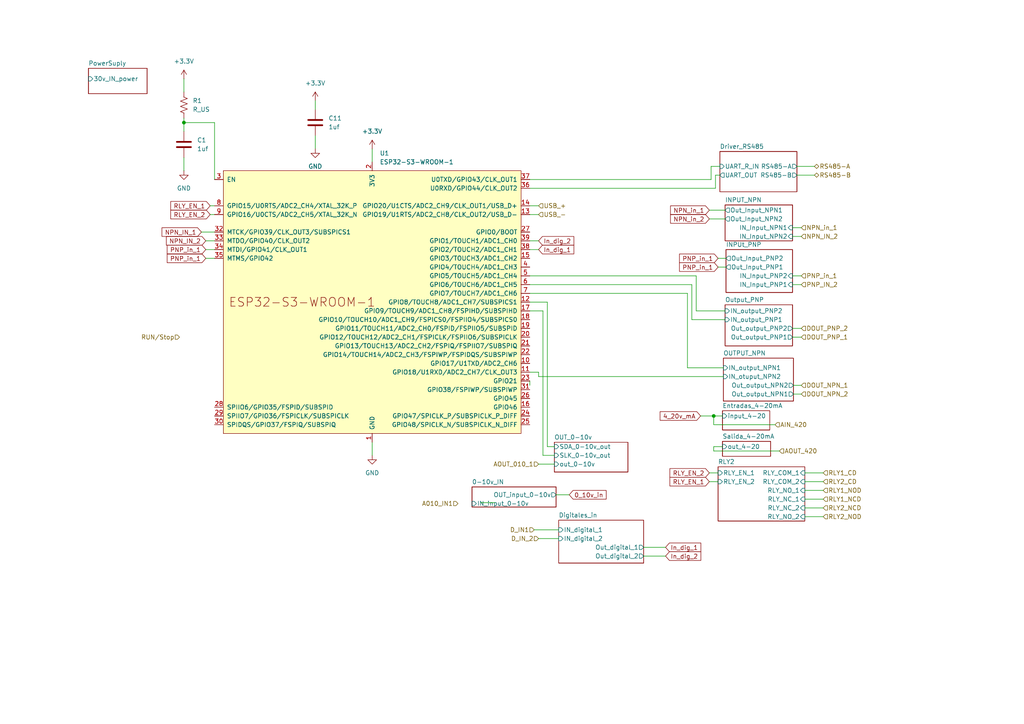
<source format=kicad_sch>
(kicad_sch
	(version 20250114)
	(generator "eeschema")
	(generator_version "9.0")
	(uuid "f979e933-804d-40be-b10f-ee25f17cf887")
	(paper "A4")
	(lib_symbols
		(symbol "Device:C"
			(pin_numbers
				(hide yes)
			)
			(pin_names
				(offset 0.254)
			)
			(exclude_from_sim no)
			(in_bom yes)
			(on_board yes)
			(property "Reference" "C"
				(at 0.635 2.54 0)
				(effects
					(font
						(size 1.27 1.27)
					)
					(justify left)
				)
			)
			(property "Value" "C"
				(at 0.635 -2.54 0)
				(effects
					(font
						(size 1.27 1.27)
					)
					(justify left)
				)
			)
			(property "Footprint" ""
				(at 0.9652 -3.81 0)
				(effects
					(font
						(size 1.27 1.27)
					)
					(hide yes)
				)
			)
			(property "Datasheet" "~"
				(at 0 0 0)
				(effects
					(font
						(size 1.27 1.27)
					)
					(hide yes)
				)
			)
			(property "Description" "Unpolarized capacitor"
				(at 0 0 0)
				(effects
					(font
						(size 1.27 1.27)
					)
					(hide yes)
				)
			)
			(property "ki_keywords" "cap capacitor"
				(at 0 0 0)
				(effects
					(font
						(size 1.27 1.27)
					)
					(hide yes)
				)
			)
			(property "ki_fp_filters" "C_*"
				(at 0 0 0)
				(effects
					(font
						(size 1.27 1.27)
					)
					(hide yes)
				)
			)
			(symbol "C_0_1"
				(polyline
					(pts
						(xy -2.032 0.762) (xy 2.032 0.762)
					)
					(stroke
						(width 0.508)
						(type default)
					)
					(fill
						(type none)
					)
				)
				(polyline
					(pts
						(xy -2.032 -0.762) (xy 2.032 -0.762)
					)
					(stroke
						(width 0.508)
						(type default)
					)
					(fill
						(type none)
					)
				)
			)
			(symbol "C_1_1"
				(pin passive line
					(at 0 3.81 270)
					(length 2.794)
					(name "~"
						(effects
							(font
								(size 1.27 1.27)
							)
						)
					)
					(number "1"
						(effects
							(font
								(size 1.27 1.27)
							)
						)
					)
				)
				(pin passive line
					(at 0 -3.81 90)
					(length 2.794)
					(name "~"
						(effects
							(font
								(size 1.27 1.27)
							)
						)
					)
					(number "2"
						(effects
							(font
								(size 1.27 1.27)
							)
						)
					)
				)
			)
			(embedded_fonts no)
		)
		(symbol "Device:R_US"
			(pin_numbers
				(hide yes)
			)
			(pin_names
				(offset 0)
			)
			(exclude_from_sim no)
			(in_bom yes)
			(on_board yes)
			(property "Reference" "R"
				(at 2.54 0 90)
				(effects
					(font
						(size 1.27 1.27)
					)
				)
			)
			(property "Value" "R_US"
				(at -2.54 0 90)
				(effects
					(font
						(size 1.27 1.27)
					)
				)
			)
			(property "Footprint" ""
				(at 1.016 -0.254 90)
				(effects
					(font
						(size 1.27 1.27)
					)
					(hide yes)
				)
			)
			(property "Datasheet" "~"
				(at 0 0 0)
				(effects
					(font
						(size 1.27 1.27)
					)
					(hide yes)
				)
			)
			(property "Description" "Resistor, US symbol"
				(at 0 0 0)
				(effects
					(font
						(size 1.27 1.27)
					)
					(hide yes)
				)
			)
			(property "ki_keywords" "R res resistor"
				(at 0 0 0)
				(effects
					(font
						(size 1.27 1.27)
					)
					(hide yes)
				)
			)
			(property "ki_fp_filters" "R_*"
				(at 0 0 0)
				(effects
					(font
						(size 1.27 1.27)
					)
					(hide yes)
				)
			)
			(symbol "R_US_0_1"
				(polyline
					(pts
						(xy 0 2.286) (xy 0 2.54)
					)
					(stroke
						(width 0)
						(type default)
					)
					(fill
						(type none)
					)
				)
				(polyline
					(pts
						(xy 0 2.286) (xy 1.016 1.905) (xy 0 1.524) (xy -1.016 1.143) (xy 0 0.762)
					)
					(stroke
						(width 0)
						(type default)
					)
					(fill
						(type none)
					)
				)
				(polyline
					(pts
						(xy 0 0.762) (xy 1.016 0.381) (xy 0 0) (xy -1.016 -0.381) (xy 0 -0.762)
					)
					(stroke
						(width 0)
						(type default)
					)
					(fill
						(type none)
					)
				)
				(polyline
					(pts
						(xy 0 -0.762) (xy 1.016 -1.143) (xy 0 -1.524) (xy -1.016 -1.905) (xy 0 -2.286)
					)
					(stroke
						(width 0)
						(type default)
					)
					(fill
						(type none)
					)
				)
				(polyline
					(pts
						(xy 0 -2.286) (xy 0 -2.54)
					)
					(stroke
						(width 0)
						(type default)
					)
					(fill
						(type none)
					)
				)
			)
			(symbol "R_US_1_1"
				(pin passive line
					(at 0 3.81 270)
					(length 1.27)
					(name "~"
						(effects
							(font
								(size 1.27 1.27)
							)
						)
					)
					(number "1"
						(effects
							(font
								(size 1.27 1.27)
							)
						)
					)
				)
				(pin passive line
					(at 0 -3.81 90)
					(length 1.27)
					(name "~"
						(effects
							(font
								(size 1.27 1.27)
							)
						)
					)
					(number "2"
						(effects
							(font
								(size 1.27 1.27)
							)
						)
					)
				)
			)
			(embedded_fonts no)
		)
		(symbol "PCM_Espressif:ESP32-S3-WROOM-1"
			(pin_names
				(offset 1.016)
			)
			(exclude_from_sim no)
			(in_bom yes)
			(on_board yes)
			(property "Reference" "U"
				(at -43.18 43.18 0)
				(effects
					(font
						(size 1.27 1.27)
					)
					(justify left)
				)
			)
			(property "Value" "ESP32-S3-WROOM-1"
				(at -43.18 40.64 0)
				(effects
					(font
						(size 1.27 1.27)
					)
					(justify left)
				)
			)
			(property "Footprint" "PCM_Espressif:ESP32-S3-WROOM-1"
				(at 2.54 -48.26 0)
				(effects
					(font
						(size 1.27 1.27)
					)
					(hide yes)
				)
			)
			(property "Datasheet" "https://www.espressif.com/sites/default/files/documentation/esp32-s3-wroom-1_wroom-1u_datasheet_en.pdf"
				(at 2.54 -50.8 0)
				(effects
					(font
						(size 1.27 1.27)
					)
					(hide yes)
				)
			)
			(property "Description" "2.4 GHz WiFi (802.11 b/g/n) and Bluetooth ® 5 (LE) module Built around ESP32S3 series of SoCs, Xtensa ® dualcore 32bit LX7 microprocessor Flash up to 16 MB, PSRAM up to 8 MB 36 GPIOs, rich set of peripherals Onboard PCB antenna"
				(at 0 0 0)
				(effects
					(font
						(size 1.27 1.27)
					)
					(hide yes)
				)
			)
			(symbol "ESP32-S3-WROOM-1_0_0"
				(text "ESP32-S3-WROOM-1"
					(at -20.32 0 0)
					(effects
						(font
							(size 2.54 2.54)
						)
					)
				)
				(pin input line
					(at -45.72 35.56 0)
					(length 2.54)
					(name "EN"
						(effects
							(font
								(size 1.27 1.27)
							)
						)
					)
					(number "3"
						(effects
							(font
								(size 1.27 1.27)
							)
						)
					)
				)
				(pin bidirectional line
					(at -45.72 27.94 0)
					(length 2.54)
					(name "GPIO15/U0RTS/ADC2_CH4/XTAL_32K_P"
						(effects
							(font
								(size 1.27 1.27)
							)
						)
					)
					(number "8"
						(effects
							(font
								(size 1.27 1.27)
							)
						)
					)
				)
				(pin bidirectional line
					(at -45.72 25.4 0)
					(length 2.54)
					(name "GPIO16/U0CTS/ADC2_CH5/XTAL_32K_N"
						(effects
							(font
								(size 1.27 1.27)
							)
						)
					)
					(number "9"
						(effects
							(font
								(size 1.27 1.27)
							)
						)
					)
				)
				(pin bidirectional line
					(at -45.72 20.32 0)
					(length 2.54)
					(name "MTCK/GPIO39/CLK_OUT3/SUBSPICS1"
						(effects
							(font
								(size 1.27 1.27)
							)
						)
					)
					(number "32"
						(effects
							(font
								(size 1.27 1.27)
							)
						)
					)
				)
				(pin bidirectional line
					(at -45.72 17.78 0)
					(length 2.54)
					(name "MTDO/GPIO40/CLK_OUT2"
						(effects
							(font
								(size 1.27 1.27)
							)
						)
					)
					(number "33"
						(effects
							(font
								(size 1.27 1.27)
							)
						)
					)
				)
				(pin bidirectional line
					(at -45.72 15.24 0)
					(length 2.54)
					(name "MTDI/GPIO41/CLK_OUT1"
						(effects
							(font
								(size 1.27 1.27)
							)
						)
					)
					(number "34"
						(effects
							(font
								(size 1.27 1.27)
							)
						)
					)
				)
				(pin bidirectional line
					(at -45.72 12.7 0)
					(length 2.54)
					(name "MTMS/GPIO42"
						(effects
							(font
								(size 1.27 1.27)
							)
						)
					)
					(number "35"
						(effects
							(font
								(size 1.27 1.27)
							)
						)
					)
				)
				(pin bidirectional line
					(at -45.72 -30.48 0)
					(length 2.54)
					(name "SPIIO6/GPIO35/FSPID/SUBSPID"
						(effects
							(font
								(size 1.27 1.27)
							)
						)
					)
					(number "28"
						(effects
							(font
								(size 1.27 1.27)
							)
						)
					)
				)
				(pin bidirectional line
					(at -45.72 -33.02 0)
					(length 2.54)
					(name "SPIIO7/GPIO36/FSPICLK/SUBSPICLK"
						(effects
							(font
								(size 1.27 1.27)
							)
						)
					)
					(number "29"
						(effects
							(font
								(size 1.27 1.27)
							)
						)
					)
				)
				(pin bidirectional line
					(at -45.72 -35.56 0)
					(length 2.54)
					(name "SPIDQS/GPIO37/FSPIQ/SUBSPIQ"
						(effects
							(font
								(size 1.27 1.27)
							)
						)
					)
					(number "30"
						(effects
							(font
								(size 1.27 1.27)
							)
						)
					)
				)
				(pin power_in line
					(at 0 40.64 270)
					(length 2.54)
					(name "3V3"
						(effects
							(font
								(size 1.27 1.27)
							)
						)
					)
					(number "2"
						(effects
							(font
								(size 1.27 1.27)
							)
						)
					)
				)
				(pin power_in line
					(at 0 -40.64 90)
					(length 2.54)
					(name "GND"
						(effects
							(font
								(size 1.27 1.27)
							)
						)
					)
					(number "1"
						(effects
							(font
								(size 1.27 1.27)
							)
						)
					)
				)
				(pin passive line
					(at 0 -40.64 90)
					(length 2.54)
					(hide yes)
					(name "GND"
						(effects
							(font
								(size 1.27 1.27)
							)
						)
					)
					(number "40"
						(effects
							(font
								(size 1.27 1.27)
							)
						)
					)
				)
				(pin passive line
					(at 0 -40.64 90)
					(length 2.54)
					(hide yes)
					(name "GND"
						(effects
							(font
								(size 1.27 1.27)
							)
						)
					)
					(number "41"
						(effects
							(font
								(size 1.27 1.27)
							)
						)
					)
				)
				(pin bidirectional line
					(at 45.72 35.56 180)
					(length 2.54)
					(name "U0TXD/GPIO43/CLK_OUT1"
						(effects
							(font
								(size 1.27 1.27)
							)
						)
					)
					(number "37"
						(effects
							(font
								(size 1.27 1.27)
							)
						)
					)
				)
				(pin bidirectional line
					(at 45.72 33.02 180)
					(length 2.54)
					(name "U0RXD/GPIO44/CLK_OUT2"
						(effects
							(font
								(size 1.27 1.27)
							)
						)
					)
					(number "36"
						(effects
							(font
								(size 1.27 1.27)
							)
						)
					)
				)
				(pin bidirectional line
					(at 45.72 27.94 180)
					(length 2.54)
					(name "GPIO20/U1CTS/ADC2_CH9/CLK_OUT1/USB_D+"
						(effects
							(font
								(size 1.27 1.27)
							)
						)
					)
					(number "14"
						(effects
							(font
								(size 1.27 1.27)
							)
						)
					)
				)
				(pin bidirectional line
					(at 45.72 25.4 180)
					(length 2.54)
					(name "GPIO19/U1RTS/ADC2_CH8/CLK_OUT2/USB_D-"
						(effects
							(font
								(size 1.27 1.27)
							)
						)
					)
					(number "13"
						(effects
							(font
								(size 1.27 1.27)
							)
						)
					)
				)
				(pin bidirectional line
					(at 45.72 20.32 180)
					(length 2.54)
					(name "GPIO0/BOOT"
						(effects
							(font
								(size 1.27 1.27)
							)
						)
					)
					(number "27"
						(effects
							(font
								(size 1.27 1.27)
							)
						)
					)
				)
				(pin bidirectional line
					(at 45.72 17.78 180)
					(length 2.54)
					(name "GPIO1/TOUCH1/ADC1_CH0"
						(effects
							(font
								(size 1.27 1.27)
							)
						)
					)
					(number "39"
						(effects
							(font
								(size 1.27 1.27)
							)
						)
					)
				)
				(pin bidirectional line
					(at 45.72 15.24 180)
					(length 2.54)
					(name "GPIO2/TOUCH2/ADC1_CH1"
						(effects
							(font
								(size 1.27 1.27)
							)
						)
					)
					(number "38"
						(effects
							(font
								(size 1.27 1.27)
							)
						)
					)
				)
				(pin bidirectional line
					(at 45.72 12.7 180)
					(length 2.54)
					(name "GPIO3/TOUCH3/ADC1_CH2"
						(effects
							(font
								(size 1.27 1.27)
							)
						)
					)
					(number "15"
						(effects
							(font
								(size 1.27 1.27)
							)
						)
					)
				)
				(pin bidirectional line
					(at 45.72 10.16 180)
					(length 2.54)
					(name "GPIO4/TOUCH4/ADC1_CH3"
						(effects
							(font
								(size 1.27 1.27)
							)
						)
					)
					(number "4"
						(effects
							(font
								(size 1.27 1.27)
							)
						)
					)
				)
				(pin bidirectional line
					(at 45.72 7.62 180)
					(length 2.54)
					(name "GPIO5/TOUCH5/ADC1_CH4"
						(effects
							(font
								(size 1.27 1.27)
							)
						)
					)
					(number "5"
						(effects
							(font
								(size 1.27 1.27)
							)
						)
					)
				)
				(pin bidirectional line
					(at 45.72 5.08 180)
					(length 2.54)
					(name "GPIO6/TOUCH6/ADC1_CH5"
						(effects
							(font
								(size 1.27 1.27)
							)
						)
					)
					(number "6"
						(effects
							(font
								(size 1.27 1.27)
							)
						)
					)
				)
				(pin bidirectional line
					(at 45.72 2.54 180)
					(length 2.54)
					(name "GPIO7/TOUCH7/ADC1_CH6"
						(effects
							(font
								(size 1.27 1.27)
							)
						)
					)
					(number "7"
						(effects
							(font
								(size 1.27 1.27)
							)
						)
					)
				)
				(pin bidirectional line
					(at 45.72 0 180)
					(length 2.54)
					(name "GPIO8/TOUCH8/ADC1_CH7/SUBSPICS1"
						(effects
							(font
								(size 1.27 1.27)
							)
						)
					)
					(number "12"
						(effects
							(font
								(size 1.27 1.27)
							)
						)
					)
				)
				(pin bidirectional line
					(at 45.72 -2.54 180)
					(length 2.54)
					(name "GPIO9/TOUCH9/ADC1_CH8/FSPIHD/SUBSPIHD"
						(effects
							(font
								(size 1.27 1.27)
							)
						)
					)
					(number "17"
						(effects
							(font
								(size 1.27 1.27)
							)
						)
					)
				)
				(pin bidirectional line
					(at 45.72 -5.08 180)
					(length 2.54)
					(name "GPIO10/TOUCH10/ADC1_CH9/FSPICS0/FSPIIO4/SUBSPICS0"
						(effects
							(font
								(size 1.27 1.27)
							)
						)
					)
					(number "18"
						(effects
							(font
								(size 1.27 1.27)
							)
						)
					)
				)
				(pin bidirectional line
					(at 45.72 -7.62 180)
					(length 2.54)
					(name "GPIO11/TOUCH11/ADC2_CH0/FSPID/FSPIIO5/SUBSPID"
						(effects
							(font
								(size 1.27 1.27)
							)
						)
					)
					(number "19"
						(effects
							(font
								(size 1.27 1.27)
							)
						)
					)
				)
				(pin bidirectional line
					(at 45.72 -10.16 180)
					(length 2.54)
					(name "GPIO12/TOUCH12/ADC2_CH1/FSPICLK/FSPIIO6/SUBSPICLK"
						(effects
							(font
								(size 1.27 1.27)
							)
						)
					)
					(number "20"
						(effects
							(font
								(size 1.27 1.27)
							)
						)
					)
				)
				(pin bidirectional line
					(at 45.72 -12.7 180)
					(length 2.54)
					(name "GPIO13/TOUCH13/ADC2_CH2/FSPIQ/FSPIIO7/SUBSPIQ"
						(effects
							(font
								(size 1.27 1.27)
							)
						)
					)
					(number "21"
						(effects
							(font
								(size 1.27 1.27)
							)
						)
					)
				)
				(pin bidirectional line
					(at 45.72 -15.24 180)
					(length 2.54)
					(name "GPIO14/TOUCH14/ADC2_CH3/FSPIWP/FSPIDQS/SUBSPIWP"
						(effects
							(font
								(size 1.27 1.27)
							)
						)
					)
					(number "22"
						(effects
							(font
								(size 1.27 1.27)
							)
						)
					)
				)
				(pin bidirectional line
					(at 45.72 -17.78 180)
					(length 2.54)
					(name "GPIO17/U1TXD/ADC2_CH6"
						(effects
							(font
								(size 1.27 1.27)
							)
						)
					)
					(number "10"
						(effects
							(font
								(size 1.27 1.27)
							)
						)
					)
				)
				(pin bidirectional line
					(at 45.72 -20.32 180)
					(length 2.54)
					(name "GPIO18/U1RXD/ADC2_CH7/CLK_OUT3"
						(effects
							(font
								(size 1.27 1.27)
							)
						)
					)
					(number "11"
						(effects
							(font
								(size 1.27 1.27)
							)
						)
					)
				)
				(pin bidirectional line
					(at 45.72 -22.86 180)
					(length 2.54)
					(name "GPIO21"
						(effects
							(font
								(size 1.27 1.27)
							)
						)
					)
					(number "23"
						(effects
							(font
								(size 1.27 1.27)
							)
						)
					)
				)
				(pin bidirectional line
					(at 45.72 -25.4 180)
					(length 2.54)
					(name "GPIO38/FSPIWP/SUBSPIWP"
						(effects
							(font
								(size 1.27 1.27)
							)
						)
					)
					(number "31"
						(effects
							(font
								(size 1.27 1.27)
							)
						)
					)
				)
				(pin bidirectional line
					(at 45.72 -27.94 180)
					(length 2.54)
					(name "GPIO45"
						(effects
							(font
								(size 1.27 1.27)
							)
						)
					)
					(number "26"
						(effects
							(font
								(size 1.27 1.27)
							)
						)
					)
				)
				(pin bidirectional line
					(at 45.72 -30.48 180)
					(length 2.54)
					(name "GPIO46"
						(effects
							(font
								(size 1.27 1.27)
							)
						)
					)
					(number "16"
						(effects
							(font
								(size 1.27 1.27)
							)
						)
					)
				)
				(pin bidirectional line
					(at 45.72 -33.02 180)
					(length 2.54)
					(name "GPIO47/SPICLK_P/SUBSPICLK_P_DIFF"
						(effects
							(font
								(size 1.27 1.27)
							)
						)
					)
					(number "24"
						(effects
							(font
								(size 1.27 1.27)
							)
						)
					)
				)
				(pin bidirectional line
					(at 45.72 -35.56 180)
					(length 2.54)
					(name "GPIO48/SPICLK_N/SUBSPICLK_N_DIFF"
						(effects
							(font
								(size 1.27 1.27)
							)
						)
					)
					(number "25"
						(effects
							(font
								(size 1.27 1.27)
							)
						)
					)
				)
			)
			(symbol "ESP32-S3-WROOM-1_0_1"
				(rectangle
					(start -43.18 38.1)
					(end 43.18 -38.1)
					(stroke
						(width 0)
						(type default)
					)
					(fill
						(type background)
					)
				)
			)
			(embedded_fonts no)
		)
		(symbol "power:+3.3V"
			(power)
			(pin_numbers
				(hide yes)
			)
			(pin_names
				(offset 0)
				(hide yes)
			)
			(exclude_from_sim no)
			(in_bom yes)
			(on_board yes)
			(property "Reference" "#PWR"
				(at 0 -3.81 0)
				(effects
					(font
						(size 1.27 1.27)
					)
					(hide yes)
				)
			)
			(property "Value" "+3.3V"
				(at 0 3.556 0)
				(effects
					(font
						(size 1.27 1.27)
					)
				)
			)
			(property "Footprint" ""
				(at 0 0 0)
				(effects
					(font
						(size 1.27 1.27)
					)
					(hide yes)
				)
			)
			(property "Datasheet" ""
				(at 0 0 0)
				(effects
					(font
						(size 1.27 1.27)
					)
					(hide yes)
				)
			)
			(property "Description" "Power symbol creates a global label with name \"+3.3V\""
				(at 0 0 0)
				(effects
					(font
						(size 1.27 1.27)
					)
					(hide yes)
				)
			)
			(property "ki_keywords" "global power"
				(at 0 0 0)
				(effects
					(font
						(size 1.27 1.27)
					)
					(hide yes)
				)
			)
			(symbol "+3.3V_0_1"
				(polyline
					(pts
						(xy -0.762 1.27) (xy 0 2.54)
					)
					(stroke
						(width 0)
						(type default)
					)
					(fill
						(type none)
					)
				)
				(polyline
					(pts
						(xy 0 2.54) (xy 0.762 1.27)
					)
					(stroke
						(width 0)
						(type default)
					)
					(fill
						(type none)
					)
				)
				(polyline
					(pts
						(xy 0 0) (xy 0 2.54)
					)
					(stroke
						(width 0)
						(type default)
					)
					(fill
						(type none)
					)
				)
			)
			(symbol "+3.3V_1_1"
				(pin power_in line
					(at 0 0 90)
					(length 0)
					(name "~"
						(effects
							(font
								(size 1.27 1.27)
							)
						)
					)
					(number "1"
						(effects
							(font
								(size 1.27 1.27)
							)
						)
					)
				)
			)
			(embedded_fonts no)
		)
		(symbol "power:GND"
			(power)
			(pin_numbers
				(hide yes)
			)
			(pin_names
				(offset 0)
				(hide yes)
			)
			(exclude_from_sim no)
			(in_bom yes)
			(on_board yes)
			(property "Reference" "#PWR"
				(at 0 -6.35 0)
				(effects
					(font
						(size 1.27 1.27)
					)
					(hide yes)
				)
			)
			(property "Value" "GND"
				(at 0 -3.81 0)
				(effects
					(font
						(size 1.27 1.27)
					)
				)
			)
			(property "Footprint" ""
				(at 0 0 0)
				(effects
					(font
						(size 1.27 1.27)
					)
					(hide yes)
				)
			)
			(property "Datasheet" ""
				(at 0 0 0)
				(effects
					(font
						(size 1.27 1.27)
					)
					(hide yes)
				)
			)
			(property "Description" "Power symbol creates a global label with name \"GND\" , ground"
				(at 0 0 0)
				(effects
					(font
						(size 1.27 1.27)
					)
					(hide yes)
				)
			)
			(property "ki_keywords" "global power"
				(at 0 0 0)
				(effects
					(font
						(size 1.27 1.27)
					)
					(hide yes)
				)
			)
			(symbol "GND_0_1"
				(polyline
					(pts
						(xy 0 0) (xy 0 -1.27) (xy 1.27 -1.27) (xy 0 -2.54) (xy -1.27 -1.27) (xy 0 -1.27)
					)
					(stroke
						(width 0)
						(type default)
					)
					(fill
						(type none)
					)
				)
			)
			(symbol "GND_1_1"
				(pin power_in line
					(at 0 0 270)
					(length 0)
					(name "~"
						(effects
							(font
								(size 1.27 1.27)
							)
						)
					)
					(number "1"
						(effects
							(font
								(size 1.27 1.27)
							)
						)
					)
				)
			)
			(embedded_fonts no)
		)
	)
	(junction
		(at 53.34 35.56)
		(diameter 0)
		(color 0 0 0 0)
		(uuid "01513719-d812-49cc-9465-2d2668fdd495")
	)
	(junction
		(at 207.01 120.65)
		(diameter 0)
		(color 0 0 0 0)
		(uuid "5308cc64-21b9-4668-87ff-c12ca18112e9")
	)
	(wire
		(pts
			(xy 208.28 77.47) (xy 210.566 77.47)
		)
		(stroke
			(width 0)
			(type default)
		)
		(uuid "012304e2-b93d-4548-a33a-c1df71841715")
	)
	(wire
		(pts
			(xy 233.426 137.16) (xy 238.76 137.16)
		)
		(stroke
			(width 0)
			(type default)
		)
		(uuid "0e60d6f7-f0da-41db-825d-dc8deee929cb")
	)
	(wire
		(pts
			(xy 229.87 95.25) (xy 232.41 95.25)
		)
		(stroke
			(width 0)
			(type default)
		)
		(uuid "102e55ca-8e05-4ca7-b076-987fed25f689")
	)
	(wire
		(pts
			(xy 156.21 109.22) (xy 209.804 109.22)
		)
		(stroke
			(width 0)
			(type default)
		)
		(uuid "13a70554-d215-4e9d-a091-c457d979d4a2")
	)
	(wire
		(pts
			(xy 153.67 85.09) (xy 199.39 85.09)
		)
		(stroke
			(width 0)
			(type default)
		)
		(uuid "1922a629-7c2e-4083-8727-07524c06a8f1")
	)
	(wire
		(pts
			(xy 206.248 52.07) (xy 153.67 52.07)
		)
		(stroke
			(width 0)
			(type default)
		)
		(uuid "1927ae79-1436-43f4-8f6a-4591e3facf5d")
	)
	(wire
		(pts
			(xy 158.75 129.54) (xy 160.782 129.54)
		)
		(stroke
			(width 0)
			(type default)
		)
		(uuid "19665441-8536-4a6b-8c26-0ddc58f972ec")
	)
	(wire
		(pts
			(xy 208.28 74.93) (xy 210.566 74.93)
		)
		(stroke
			(width 0)
			(type default)
		)
		(uuid "1b7e4944-06fd-48cf-9ba1-722440c59144")
	)
	(wire
		(pts
			(xy 153.67 90.17) (xy 157.48 90.17)
		)
		(stroke
			(width 0)
			(type default)
		)
		(uuid "1be64f9a-c22b-4463-92d2-49cf2c5a0bf4")
	)
	(wire
		(pts
			(xy 229.87 66.04) (xy 232.41 66.04)
		)
		(stroke
			(width 0)
			(type default)
		)
		(uuid "234d3f82-99af-44a0-8c9e-c88110707db4")
	)
	(wire
		(pts
			(xy 156.21 107.95) (xy 156.21 109.22)
		)
		(stroke
			(width 0)
			(type default)
		)
		(uuid "26073fcb-75a2-4f5e-99eb-ab4fa5ede084")
	)
	(wire
		(pts
			(xy 200.66 92.71) (xy 200.66 82.55)
		)
		(stroke
			(width 0)
			(type default)
		)
		(uuid "2781d7a4-b22d-44b0-9562-21274095d02f")
	)
	(wire
		(pts
			(xy 224.79 123.19) (xy 207.01 123.19)
		)
		(stroke
			(width 0)
			(type default)
		)
		(uuid "27a83129-0b06-4ac3-ba6a-164607a69efb")
	)
	(wire
		(pts
			(xy 186.69 158.75) (xy 193.04 158.75)
		)
		(stroke
			(width 0)
			(type default)
		)
		(uuid "2a93b850-1a03-44c9-87ad-74a5479fd03f")
	)
	(wire
		(pts
			(xy 53.34 35.56) (xy 53.34 38.1)
		)
		(stroke
			(width 0)
			(type default)
		)
		(uuid "2e0fc321-bff8-4ed3-8e93-efe14ebebe5b")
	)
	(wire
		(pts
			(xy 62.23 35.56) (xy 53.34 35.56)
		)
		(stroke
			(width 0)
			(type default)
		)
		(uuid "318da6d4-a220-4367-8d3a-e21822e3f5ae")
	)
	(wire
		(pts
			(xy 201.93 80.01) (xy 153.67 80.01)
		)
		(stroke
			(width 0)
			(type default)
		)
		(uuid "3341c7d3-63f8-4f46-a55d-d0537126f584")
	)
	(wire
		(pts
			(xy 230.124 114.3) (xy 232.41 114.3)
		)
		(stroke
			(width 0)
			(type default)
		)
		(uuid "35ff120d-430c-4f54-945f-41b20fe4de1b")
	)
	(wire
		(pts
			(xy 229.87 80.01) (xy 232.41 80.01)
		)
		(stroke
			(width 0)
			(type default)
		)
		(uuid "3ee12d29-7e93-4a25-862c-1194a99424b4")
	)
	(wire
		(pts
			(xy 231.14 50.8) (xy 236.22 50.8)
		)
		(stroke
			(width 0)
			(type default)
		)
		(uuid "40fc9187-d40f-47bc-ad01-8fbbf90b94e4")
	)
	(wire
		(pts
			(xy 206.248 48.26) (xy 206.248 52.07)
		)
		(stroke
			(width 0)
			(type default)
		)
		(uuid "42c3c870-e88a-4c66-8d3b-ca365527bcda")
	)
	(wire
		(pts
			(xy 153.67 107.95) (xy 156.21 107.95)
		)
		(stroke
			(width 0)
			(type default)
		)
		(uuid "4aefbc8e-5021-470a-adf8-c196f1f2a4dd")
	)
	(wire
		(pts
			(xy 107.95 128.27) (xy 107.95 132.08)
		)
		(stroke
			(width 0)
			(type default)
		)
		(uuid "4eb08ed6-8c24-4c4d-baed-773f9ff4d738")
	)
	(wire
		(pts
			(xy 186.69 161.29) (xy 193.04 161.29)
		)
		(stroke
			(width 0)
			(type default)
		)
		(uuid "52e396f4-364e-41ba-9ae7-81415f4edd88")
	)
	(wire
		(pts
			(xy 153.67 62.23) (xy 156.21 62.23)
		)
		(stroke
			(width 0)
			(type default)
		)
		(uuid "5343a360-2ec8-456f-b8dc-980e0dd47de6")
	)
	(wire
		(pts
			(xy 210.312 92.71) (xy 200.66 92.71)
		)
		(stroke
			(width 0)
			(type default)
		)
		(uuid "567b0e39-f591-4d54-b845-764ee36a7456")
	)
	(wire
		(pts
			(xy 207.518 50.8) (xy 207.518 54.61)
		)
		(stroke
			(width 0)
			(type default)
		)
		(uuid "5b345242-537d-4c96-bedb-1937739d7b31")
	)
	(wire
		(pts
			(xy 59.69 74.93) (xy 62.23 74.93)
		)
		(stroke
			(width 0)
			(type default)
		)
		(uuid "5ed80c3d-481a-4cea-98ad-5a9a7eb0b89f")
	)
	(wire
		(pts
			(xy 153.67 72.39) (xy 156.21 72.39)
		)
		(stroke
			(width 0)
			(type default)
		)
		(uuid "62136cb9-35df-4c56-b727-841eb4900c8a")
	)
	(wire
		(pts
			(xy 153.67 59.69) (xy 156.21 59.69)
		)
		(stroke
			(width 0)
			(type default)
		)
		(uuid "628c5f41-7b48-4962-95c2-2248ad00877a")
	)
	(wire
		(pts
			(xy 231.14 48.26) (xy 236.22 48.26)
		)
		(stroke
			(width 0)
			(type default)
		)
		(uuid "63f1047b-4ee6-4a6a-9105-5550ca1e55b6")
	)
	(wire
		(pts
			(xy 229.87 82.55) (xy 232.41 82.55)
		)
		(stroke
			(width 0)
			(type default)
		)
		(uuid "640936f4-91da-441d-952c-c33f79188925")
	)
	(wire
		(pts
			(xy 205.74 137.16) (xy 208.28 137.16)
		)
		(stroke
			(width 0)
			(type default)
		)
		(uuid "696fab93-3bec-44f6-856e-360fe43fa0bf")
	)
	(wire
		(pts
			(xy 157.48 90.17) (xy 157.48 132.08)
		)
		(stroke
			(width 0)
			(type default)
		)
		(uuid "6d0d5494-5c96-4605-9f3a-2fb270864656")
	)
	(wire
		(pts
			(xy 207.01 120.65) (xy 209.55 120.65)
		)
		(stroke
			(width 0)
			(type default)
		)
		(uuid "791ea754-2229-4162-afa5-4af9422ceacb")
	)
	(wire
		(pts
			(xy 53.34 34.29) (xy 53.34 35.56)
		)
		(stroke
			(width 0)
			(type default)
		)
		(uuid "7d319066-2b07-43b0-a884-349d6c60acd3")
	)
	(wire
		(pts
			(xy 60.96 59.69) (xy 62.23 59.69)
		)
		(stroke
			(width 0)
			(type default)
		)
		(uuid "80c59d40-cee6-4d81-8225-59c1d7761be3")
	)
	(wire
		(pts
			(xy 229.87 97.79) (xy 232.41 97.79)
		)
		(stroke
			(width 0)
			(type default)
		)
		(uuid "8a466ad3-dab2-4d85-93cb-b39b37fe6118")
	)
	(wire
		(pts
			(xy 226.06 130.81) (xy 207.01 130.81)
		)
		(stroke
			(width 0)
			(type default)
		)
		(uuid "8b4474d1-d0a5-44d7-8b68-5fa256da9e87")
	)
	(wire
		(pts
			(xy 207.518 54.61) (xy 153.67 54.61)
		)
		(stroke
			(width 0)
			(type default)
		)
		(uuid "8c2868d1-f7dc-48f9-ad8e-3f600baef9cb")
	)
	(wire
		(pts
			(xy 205.74 139.7) (xy 208.28 139.7)
		)
		(stroke
			(width 0)
			(type default)
		)
		(uuid "8cad66ca-1ea4-48e7-a90e-983d8bc9dbba")
	)
	(wire
		(pts
			(xy 201.93 90.17) (xy 201.93 80.01)
		)
		(stroke
			(width 0)
			(type default)
		)
		(uuid "8e1b3e5f-2ee3-4117-96a7-061a58aa7bcd")
	)
	(wire
		(pts
			(xy 206.248 48.26) (xy 208.788 48.26)
		)
		(stroke
			(width 0)
			(type default)
		)
		(uuid "90aa7146-03f4-4abc-8dfa-ae4f7c858fb4")
	)
	(wire
		(pts
			(xy 154.94 153.67) (xy 162.052 153.67)
		)
		(stroke
			(width 0)
			(type default)
		)
		(uuid "91b0ef0a-cfa6-44b0-aeff-f9533c5dd134")
	)
	(wire
		(pts
			(xy 203.2 120.65) (xy 207.01 120.65)
		)
		(stroke
			(width 0)
			(type default)
		)
		(uuid "99ffa694-3826-47ec-acb8-d664e774e1b1")
	)
	(wire
		(pts
			(xy 230.124 111.76) (xy 232.41 111.76)
		)
		(stroke
			(width 0)
			(type default)
		)
		(uuid "9f8bafe3-9007-41ee-a227-a7df4d55b576")
	)
	(wire
		(pts
			(xy 200.66 82.55) (xy 153.67 82.55)
		)
		(stroke
			(width 0)
			(type default)
		)
		(uuid "a1102e61-5e35-49dc-af1d-7edaf627cacd")
	)
	(wire
		(pts
			(xy 233.426 147.32) (xy 238.76 147.32)
		)
		(stroke
			(width 0)
			(type default)
		)
		(uuid "a2887a1c-653c-403c-bd21-2bbbbff75956")
	)
	(wire
		(pts
			(xy 156.21 156.21) (xy 162.052 156.21)
		)
		(stroke
			(width 0)
			(type default)
		)
		(uuid "a51acdf9-610e-4d48-95fb-4bfef75452ec")
	)
	(wire
		(pts
			(xy 207.01 129.54) (xy 209.55 129.54)
		)
		(stroke
			(width 0)
			(type default)
		)
		(uuid "a6bed8c4-c9ff-4a2c-bc0a-a20f0cd5caf0")
	)
	(wire
		(pts
			(xy 210.312 90.17) (xy 201.93 90.17)
		)
		(stroke
			(width 0)
			(type default)
		)
		(uuid "aa615fab-590b-4cec-ba06-88e68bb8a5f0")
	)
	(wire
		(pts
			(xy 207.01 130.81) (xy 207.01 129.54)
		)
		(stroke
			(width 0)
			(type default)
		)
		(uuid "ab06eab2-df19-4dce-b9f1-8a6de1725039")
	)
	(wire
		(pts
			(xy 205.74 60.96) (xy 210.312 60.96)
		)
		(stroke
			(width 0)
			(type default)
		)
		(uuid "ad63e170-8162-4b72-86ff-a8473dfbeba0")
	)
	(wire
		(pts
			(xy 233.426 139.7) (xy 238.76 139.7)
		)
		(stroke
			(width 0)
			(type default)
		)
		(uuid "b11260f0-96e9-42f5-a59e-38370136f417")
	)
	(wire
		(pts
			(xy 205.74 63.5) (xy 210.312 63.5)
		)
		(stroke
			(width 0)
			(type default)
		)
		(uuid "b29c54fb-8fb5-49fd-8aac-7c1d10c62914")
	)
	(wire
		(pts
			(xy 229.87 68.58) (xy 232.41 68.58)
		)
		(stroke
			(width 0)
			(type default)
		)
		(uuid "b3c3a74c-7e3e-4866-9dc4-bfb59e2d4a12")
	)
	(wire
		(pts
			(xy 153.67 69.85) (xy 156.21 69.85)
		)
		(stroke
			(width 0)
			(type default)
		)
		(uuid "b524d4ef-bba2-472c-a6c9-d4a7e14f79d5")
	)
	(wire
		(pts
			(xy 158.75 87.63) (xy 158.75 129.54)
		)
		(stroke
			(width 0)
			(type default)
		)
		(uuid "b5299d18-7759-471f-804b-449941f1f49d")
	)
	(wire
		(pts
			(xy 207.518 50.8) (xy 208.788 50.8)
		)
		(stroke
			(width 0)
			(type default)
		)
		(uuid "b90fdd3b-741e-41e3-854b-4b3b429e0188")
	)
	(wire
		(pts
			(xy 233.426 144.78) (xy 238.76 144.78)
		)
		(stroke
			(width 0)
			(type default)
		)
		(uuid "b916bcac-3221-494c-ad71-d5f69021ad41")
	)
	(wire
		(pts
			(xy 59.69 69.85) (xy 62.23 69.85)
		)
		(stroke
			(width 0)
			(type default)
		)
		(uuid "bb3e4fd1-a25a-49e7-bdac-fc8889c3631e")
	)
	(wire
		(pts
			(xy 233.426 149.86) (xy 238.76 149.86)
		)
		(stroke
			(width 0)
			(type default)
		)
		(uuid "bd6267a7-f16a-4c12-b51a-d58a963d5dae")
	)
	(wire
		(pts
			(xy 153.67 111.76) (xy 153.67 110.49)
		)
		(stroke
			(width 0)
			(type default)
		)
		(uuid "c92ca202-7a15-4e90-960c-704d5ca51db6")
	)
	(wire
		(pts
			(xy 91.44 39.37) (xy 91.44 43.18)
		)
		(stroke
			(width 0)
			(type default)
		)
		(uuid "d1d62dd2-b9c2-4e81-a66b-a5eda375e6a9")
	)
	(wire
		(pts
			(xy 207.01 120.65) (xy 207.01 123.19)
		)
		(stroke
			(width 0)
			(type default)
		)
		(uuid "d201eda6-f2cf-4669-bb70-b970506e6efa")
	)
	(wire
		(pts
			(xy 156.21 134.62) (xy 160.782 134.62)
		)
		(stroke
			(width 0)
			(type default)
		)
		(uuid "d2b03a64-4da5-4e01-89eb-ee54c76d6877")
	)
	(wire
		(pts
			(xy 53.34 22.86) (xy 53.34 26.67)
		)
		(stroke
			(width 0)
			(type default)
		)
		(uuid "d380735d-19fc-4ce9-bdfd-713e74c5d0cf")
	)
	(wire
		(pts
			(xy 233.426 142.24) (xy 238.76 142.24)
		)
		(stroke
			(width 0)
			(type default)
		)
		(uuid "d3b11e78-a927-45fe-a928-3d9cdc636172")
	)
	(wire
		(pts
			(xy 91.44 29.21) (xy 91.44 31.75)
		)
		(stroke
			(width 0)
			(type default)
		)
		(uuid "d4eedb5c-9715-46b0-ac5a-ae7281d05fe1")
	)
	(wire
		(pts
			(xy 161.29 143.51) (xy 165.1 143.51)
		)
		(stroke
			(width 0)
			(type default)
		)
		(uuid "e22ae043-160d-407d-ae51-5ea64f027c39")
	)
	(wire
		(pts
			(xy 199.39 85.09) (xy 199.39 106.68)
		)
		(stroke
			(width 0)
			(type default)
		)
		(uuid "e2c4b174-4675-4c23-a0b9-9a4fb7d6e769")
	)
	(wire
		(pts
			(xy 153.67 87.63) (xy 158.75 87.63)
		)
		(stroke
			(width 0)
			(type default)
		)
		(uuid "e5ef4db0-8559-4a6b-9c5b-8fade6e9dc3e")
	)
	(wire
		(pts
			(xy 59.69 72.39) (xy 62.23 72.39)
		)
		(stroke
			(width 0)
			(type default)
		)
		(uuid "e67ba26a-7b4b-4163-a426-0cd0888a6336")
	)
	(wire
		(pts
			(xy 58.42 67.31) (xy 62.23 67.31)
		)
		(stroke
			(width 0)
			(type default)
		)
		(uuid "ef867d00-6c26-453b-a03d-9897d79b2f1c")
	)
	(wire
		(pts
			(xy 62.23 35.56) (xy 62.23 52.07)
		)
		(stroke
			(width 0)
			(type default)
		)
		(uuid "f6064ca8-4004-4d7e-94f6-905af36ad6d6")
	)
	(wire
		(pts
			(xy 199.39 106.68) (xy 209.804 106.68)
		)
		(stroke
			(width 0)
			(type default)
		)
		(uuid "f89f9cf8-7d3f-4346-bc69-5feea7474e38")
	)
	(wire
		(pts
			(xy 157.48 132.08) (xy 160.782 132.08)
		)
		(stroke
			(width 0)
			(type default)
		)
		(uuid "f8d1d7c8-f154-455b-af60-79eca350d9a0")
	)
	(wire
		(pts
			(xy 60.96 62.23) (xy 62.23 62.23)
		)
		(stroke
			(width 0)
			(type default)
		)
		(uuid "f9356780-74fc-43f4-8b17-348e4450b11a")
	)
	(wire
		(pts
			(xy 107.95 43.18) (xy 107.95 46.99)
		)
		(stroke
			(width 0)
			(type default)
		)
		(uuid "f9f0f29d-4e72-45c0-b136-6552528a414b")
	)
	(wire
		(pts
			(xy 139.446 145.796) (xy 143.51 145.796)
		)
		(stroke
			(width 0)
			(type default)
		)
		(uuid "fd9fb620-80cd-4b89-bc89-8445b53534b8")
	)
	(wire
		(pts
			(xy 53.34 45.72) (xy 53.34 49.53)
		)
		(stroke
			(width 0)
			(type default)
		)
		(uuid "ff29c954-f625-462f-b1c9-92c7bb0670c3")
	)
	(global_label "PNP_in_1"
		(shape input)
		(at 59.69 72.39 180)
		(fields_autoplaced yes)
		(effects
			(font
				(size 1.27 1.27)
			)
			(justify right)
		)
		(uuid "01fad7a9-9f48-4ff4-8495-7d420794001f")
		(property "Intersheetrefs" "${INTERSHEET_REFS}"
			(at 47.9358 72.39 0)
			(effects
				(font
					(size 1.27 1.27)
				)
				(justify right)
				(hide yes)
			)
		)
	)
	(global_label "NPN_in_2"
		(shape input)
		(at 205.74 63.5 180)
		(fields_autoplaced yes)
		(effects
			(font
				(size 1.27 1.27)
			)
			(justify right)
		)
		(uuid "0ddc038e-8787-4602-950a-9558fd3791fe")
		(property "Intersheetrefs" "${INTERSHEET_REFS}"
			(at 193.9253 63.5 0)
			(effects
				(font
					(size 1.27 1.27)
				)
				(justify right)
				(hide yes)
			)
		)
	)
	(global_label "PNP_in_1"
		(shape input)
		(at 208.28 77.47 180)
		(fields_autoplaced yes)
		(effects
			(font
				(size 1.27 1.27)
			)
			(justify right)
		)
		(uuid "10f31dd3-a3c1-4ca2-b619-ce9f29a016fa")
		(property "Intersheetrefs" "${INTERSHEET_REFS}"
			(at 196.5258 77.47 0)
			(effects
				(font
					(size 1.27 1.27)
				)
				(justify right)
				(hide yes)
			)
		)
	)
	(global_label "In_dig_1"
		(shape input)
		(at 193.04 158.75 0)
		(fields_autoplaced yes)
		(effects
			(font
				(size 1.27 1.27)
			)
			(justify left)
		)
		(uuid "258a4fcc-1bc1-4cc4-9f68-2977c1b72b3e")
		(property "Intersheetrefs" "${INTERSHEET_REFS}"
			(at 203.8265 158.75 0)
			(effects
				(font
					(size 1.27 1.27)
				)
				(justify left)
				(hide yes)
			)
		)
	)
	(global_label "RLY_EN_2"
		(shape input)
		(at 205.74 137.16 180)
		(fields_autoplaced yes)
		(effects
			(font
				(size 1.27 1.27)
			)
			(justify right)
		)
		(uuid "3c6ace3b-5272-4032-8db9-b3846b04d450")
		(property "Intersheetrefs" "${INTERSHEET_REFS}"
			(at 193.7439 137.16 0)
			(effects
				(font
					(size 1.27 1.27)
				)
				(justify right)
				(hide yes)
			)
		)
	)
	(global_label "NPN_in_1"
		(shape input)
		(at 205.74 60.96 180)
		(fields_autoplaced yes)
		(effects
			(font
				(size 1.27 1.27)
			)
			(justify right)
		)
		(uuid "5f2aac1b-9990-45b5-879b-cbfc09649182")
		(property "Intersheetrefs" "${INTERSHEET_REFS}"
			(at 193.9253 60.96 0)
			(effects
				(font
					(size 1.27 1.27)
				)
				(justify right)
				(hide yes)
			)
		)
	)
	(global_label "4_20v_mA"
		(shape input)
		(at 203.2 120.65 180)
		(fields_autoplaced yes)
		(effects
			(font
				(size 1.27 1.27)
			)
			(justify right)
		)
		(uuid "6eda78ca-b03f-4f2c-8d9d-0b1be1d07e40")
		(property "Intersheetrefs" "${INTERSHEET_REFS}"
			(at 190.9016 120.65 0)
			(effects
				(font
					(size 1.27 1.27)
				)
				(justify right)
				(hide yes)
			)
		)
	)
	(global_label "In_dig_2"
		(shape input)
		(at 193.04 161.29 0)
		(fields_autoplaced yes)
		(effects
			(font
				(size 1.27 1.27)
			)
			(justify left)
		)
		(uuid "7612b54f-8314-444c-962e-662d80dee8db")
		(property "Intersheetrefs" "${INTERSHEET_REFS}"
			(at 203.8265 161.29 0)
			(effects
				(font
					(size 1.27 1.27)
				)
				(justify left)
				(hide yes)
			)
		)
	)
	(global_label "In_dig_1"
		(shape input)
		(at 156.21 72.39 0)
		(fields_autoplaced yes)
		(effects
			(font
				(size 1.27 1.27)
			)
			(justify left)
		)
		(uuid "774233df-7898-408c-a0dc-24186a5b19cd")
		(property "Intersheetrefs" "${INTERSHEET_REFS}"
			(at 166.9965 72.39 0)
			(effects
				(font
					(size 1.27 1.27)
				)
				(justify left)
				(hide yes)
			)
		)
	)
	(global_label "RLY_EN_2"
		(shape input)
		(at 60.96 62.23 180)
		(fields_autoplaced yes)
		(effects
			(font
				(size 1.27 1.27)
			)
			(justify right)
		)
		(uuid "7f12e297-dcc4-4244-bd52-3814c5a2c11c")
		(property "Intersheetrefs" "${INTERSHEET_REFS}"
			(at 48.9639 62.23 0)
			(effects
				(font
					(size 1.27 1.27)
				)
				(justify right)
				(hide yes)
			)
		)
	)
	(global_label "RLY_EN_1"
		(shape input)
		(at 205.74 139.7 180)
		(fields_autoplaced yes)
		(effects
			(font
				(size 1.27 1.27)
			)
			(justify right)
		)
		(uuid "8b34456d-9eb3-498e-bf6b-be8f3a947eb1")
		(property "Intersheetrefs" "${INTERSHEET_REFS}"
			(at 193.7439 139.7 0)
			(effects
				(font
					(size 1.27 1.27)
				)
				(justify right)
				(hide yes)
			)
		)
	)
	(global_label "0_10v_in"
		(shape input)
		(at 165.1 143.51 0)
		(fields_autoplaced yes)
		(effects
			(font
				(size 1.27 1.27)
			)
			(justify left)
		)
		(uuid "90ef1254-4d69-4acd-b549-2d66257efc2f")
		(property "Intersheetrefs" "${INTERSHEET_REFS}"
			(at 176.3703 143.51 0)
			(effects
				(font
					(size 1.27 1.27)
				)
				(justify left)
				(hide yes)
			)
		)
	)
	(global_label "RLY_EN_1"
		(shape input)
		(at 60.96 59.69 180)
		(fields_autoplaced yes)
		(effects
			(font
				(size 1.27 1.27)
			)
			(justify right)
		)
		(uuid "b0643c1d-4a86-475d-a74a-a23fd1bd03cc")
		(property "Intersheetrefs" "${INTERSHEET_REFS}"
			(at 48.9639 59.69 0)
			(effects
				(font
					(size 1.27 1.27)
				)
				(justify right)
				(hide yes)
			)
		)
	)
	(global_label "PNP_in_1"
		(shape input)
		(at 59.69 74.93 180)
		(fields_autoplaced yes)
		(effects
			(font
				(size 1.27 1.27)
			)
			(justify right)
		)
		(uuid "b0f4a52e-d5c9-43d4-b01b-09177834a676")
		(property "Intersheetrefs" "${INTERSHEET_REFS}"
			(at 47.9358 74.93 0)
			(effects
				(font
					(size 1.27 1.27)
				)
				(justify right)
				(hide yes)
			)
		)
	)
	(global_label "NPN_IN_2"
		(shape input)
		(at 59.69 69.85 180)
		(fields_autoplaced yes)
		(effects
			(font
				(size 1.27 1.27)
			)
			(justify right)
		)
		(uuid "b644080b-184c-40da-ace0-1c8344fb9065")
		(property "Intersheetrefs" "${INTERSHEET_REFS}"
			(at 47.6938 69.85 0)
			(effects
				(font
					(size 1.27 1.27)
				)
				(justify right)
				(hide yes)
			)
		)
	)
	(global_label "PNP_in_1"
		(shape input)
		(at 208.28 74.93 180)
		(fields_autoplaced yes)
		(effects
			(font
				(size 1.27 1.27)
			)
			(justify right)
		)
		(uuid "b79e4872-ca10-4091-a7c9-09a271df2e91")
		(property "Intersheetrefs" "${INTERSHEET_REFS}"
			(at 196.5258 74.93 0)
			(effects
				(font
					(size 1.27 1.27)
				)
				(justify right)
				(hide yes)
			)
		)
	)
	(global_label "NPN_IN_1"
		(shape input)
		(at 58.42 67.31 180)
		(fields_autoplaced yes)
		(effects
			(font
				(size 1.27 1.27)
			)
			(justify right)
		)
		(uuid "b7fe469e-f76b-4946-a5e9-2afff7037016")
		(property "Intersheetrefs" "${INTERSHEET_REFS}"
			(at 46.4238 67.31 0)
			(effects
				(font
					(size 1.27 1.27)
				)
				(justify right)
				(hide yes)
			)
		)
	)
	(global_label "In_dig_2"
		(shape input)
		(at 156.21 69.85 0)
		(fields_autoplaced yes)
		(effects
			(font
				(size 1.27 1.27)
			)
			(justify left)
		)
		(uuid "bc5478ad-4fd8-4e32-a214-f808e5511c30")
		(property "Intersheetrefs" "${INTERSHEET_REFS}"
			(at 166.9965 69.85 0)
			(effects
				(font
					(size 1.27 1.27)
				)
				(justify left)
				(hide yes)
			)
		)
	)
	(hierarchical_label "RLY2_NOD"
		(shape input)
		(at 238.76 149.86 0)
		(effects
			(font
				(size 1.27 1.27)
			)
			(justify left)
		)
		(uuid "099ac942-290a-4a68-814d-dc8dbba99426")
	)
	(hierarchical_label "NPN_IN_2"
		(shape input)
		(at 232.41 68.58 0)
		(effects
			(font
				(size 1.27 1.27)
			)
			(justify left)
		)
		(uuid "1ee5c69a-b015-41df-be59-8ddc6d85a615")
	)
	(hierarchical_label "PNP_in_1"
		(shape input)
		(at 232.41 80.01 0)
		(effects
			(font
				(size 1.27 1.27)
			)
			(justify left)
		)
		(uuid "20c03749-a70a-4443-b948-2e8edae2217b")
	)
	(hierarchical_label "AOUT_420"
		(shape input)
		(at 226.06 130.81 0)
		(effects
			(font
				(size 1.27 1.27)
			)
			(justify left)
		)
		(uuid "392037da-b333-43c2-94ba-2a4c592923d9")
	)
	(hierarchical_label "RLY1_NOD"
		(shape input)
		(at 238.76 142.24 0)
		(effects
			(font
				(size 1.27 1.27)
			)
			(justify left)
		)
		(uuid "3dca6143-7f21-4a49-9de0-4f37b244daec")
	)
	(hierarchical_label "USB_-"
		(shape input)
		(at 156.21 62.23 0)
		(effects
			(font
				(size 1.27 1.27)
			)
			(justify left)
		)
		(uuid "3e74ec81-c8b3-40c3-a32e-25c5bc04f0f3")
	)
	(hierarchical_label "DOUT_NPN_2"
		(shape input)
		(at 232.41 114.3 0)
		(effects
			(font
				(size 1.27 1.27)
			)
			(justify left)
		)
		(uuid "3f4bbd3e-9ad0-4261-9aa3-062375993cf8")
	)
	(hierarchical_label "AIN_420"
		(shape input)
		(at 224.79 123.19 0)
		(effects
			(font
				(size 1.27 1.27)
			)
			(justify left)
		)
		(uuid "43fedcf7-2aa7-41e9-b487-fd9a12595414")
	)
	(hierarchical_label "A010_IN1"
		(shape input)
		(at 132.842 146.05 180)
		(effects
			(font
				(size 1.27 1.27)
			)
			(justify right)
		)
		(uuid "48a9a51a-5fde-400d-8fe7-1c26b9f62bbb")
	)
	(hierarchical_label "PNP_IN_2"
		(shape input)
		(at 232.41 82.55 0)
		(effects
			(font
				(size 1.27 1.27)
			)
			(justify left)
		)
		(uuid "50463eae-b867-4d69-9683-9a69d7adc745")
	)
	(hierarchical_label "RLY1_CD"
		(shape input)
		(at 238.76 137.16 0)
		(effects
			(font
				(size 1.27 1.27)
			)
			(justify left)
		)
		(uuid "582b1dd8-c9a8-4097-8efc-ef8226e36526")
	)
	(hierarchical_label "AOUT_010_1"
		(shape input)
		(at 156.21 134.62 180)
		(effects
			(font
				(size 1.27 1.27)
			)
			(justify right)
		)
		(uuid "5e1d91ae-0a93-4e69-aa8f-118fcc17a1cd")
	)
	(hierarchical_label "RLY2_NCD"
		(shape input)
		(at 238.76 147.32 0)
		(effects
			(font
				(size 1.27 1.27)
			)
			(justify left)
		)
		(uuid "70e393c0-3f85-4ff7-a695-6c3f82ed9a74")
	)
	(hierarchical_label "DOUT_PNP_1"
		(shape input)
		(at 232.41 97.79 0)
		(effects
			(font
				(size 1.27 1.27)
			)
			(justify left)
		)
		(uuid "7b1637be-bb42-4f9d-a8ca-65cba31dd700")
	)
	(hierarchical_label "RLY2_CD"
		(shape input)
		(at 238.76 139.7 0)
		(effects
			(font
				(size 1.27 1.27)
			)
			(justify left)
		)
		(uuid "7b6a6679-e39c-4953-bf2e-388a44510923")
	)
	(hierarchical_label "USB_+"
		(shape input)
		(at 156.21 59.69 0)
		(effects
			(font
				(size 1.27 1.27)
			)
			(justify left)
		)
		(uuid "852a492a-741d-40c9-98c7-e35153465d98")
	)
	(hierarchical_label "NPN_in_1"
		(shape input)
		(at 232.41 66.04 0)
		(effects
			(font
				(size 1.27 1.27)
			)
			(justify left)
		)
		(uuid "93989989-bb95-4029-88cf-87f0ea820de4")
	)
	(hierarchical_label "DOUT_NPN_1"
		(shape input)
		(at 232.41 111.76 0)
		(effects
			(font
				(size 1.27 1.27)
			)
			(justify left)
		)
		(uuid "a5f5c4ae-e0ed-4603-ae1d-9f5e0fbc62aa")
	)
	(hierarchical_label "D_IN_2"
		(shape input)
		(at 156.21 156.21 180)
		(effects
			(font
				(size 1.27 1.27)
			)
			(justify right)
		)
		(uuid "b7f2e79f-34e4-4b89-97bc-821937adc99e")
	)
	(hierarchical_label "RS485-B"
		(shape bidirectional)
		(at 236.22 50.8 0)
		(effects
			(font
				(size 1.27 1.27)
			)
			(justify left)
		)
		(uuid "c15842f1-35db-4a82-97d9-eccbebaad8cd")
	)
	(hierarchical_label "RS485-A"
		(shape bidirectional)
		(at 236.22 48.26 0)
		(effects
			(font
				(size 1.27 1.27)
			)
			(justify left)
		)
		(uuid "cf7f089c-fcd0-485e-8f81-c679301c98bf")
	)
	(hierarchical_label "RLY1_NCD"
		(shape input)
		(at 238.76 144.78 0)
		(effects
			(font
				(size 1.27 1.27)
			)
			(justify left)
		)
		(uuid "ddb64c92-1289-4d4a-acdc-50917926cbb6")
	)
	(hierarchical_label "DOUT_PNP_2"
		(shape input)
		(at 232.41 95.25 0)
		(effects
			(font
				(size 1.27 1.27)
			)
			(justify left)
		)
		(uuid "df395101-a4bb-4689-bcae-73fd8669f71a")
	)
	(hierarchical_label "RUN{slash}Stop"
		(shape input)
		(at 52.07 97.79 180)
		(effects
			(font
				(size 1.27 1.27)
			)
			(justify right)
		)
		(uuid "e1bf6dbe-7e91-46a3-a230-70700fa86de0")
	)
	(hierarchical_label "D_IN1"
		(shape input)
		(at 154.94 153.67 180)
		(effects
			(font
				(size 1.27 1.27)
			)
			(justify right)
		)
		(uuid "e7b94e43-f41e-4f79-8412-ee8ef7f4dda8")
	)
	(symbol
		(lib_id "power:GND")
		(at 107.95 132.08 0)
		(unit 1)
		(exclude_from_sim no)
		(in_bom yes)
		(on_board yes)
		(dnp no)
		(fields_autoplaced yes)
		(uuid "12357805-08da-4c93-a161-45b1ad7ccbe0")
		(property "Reference" "#PWR09"
			(at 107.95 138.43 0)
			(effects
				(font
					(size 1.27 1.27)
				)
				(hide yes)
			)
		)
		(property "Value" "GND"
			(at 107.95 137.16 0)
			(effects
				(font
					(size 1.27 1.27)
				)
			)
		)
		(property "Footprint" ""
			(at 107.95 132.08 0)
			(effects
				(font
					(size 1.27 1.27)
				)
				(hide yes)
			)
		)
		(property "Datasheet" ""
			(at 107.95 132.08 0)
			(effects
				(font
					(size 1.27 1.27)
				)
				(hide yes)
			)
		)
		(property "Description" "Power symbol creates a global label with name \"GND\" , ground"
			(at 107.95 132.08 0)
			(effects
				(font
					(size 1.27 1.27)
				)
				(hide yes)
			)
		)
		(pin "1"
			(uuid "44c7efe3-80d9-4141-aa55-95d4cdd2e197")
		)
		(instances
			(project "ZorionX-Nivara"
				(path "/ae5c9891-8291-492e-8a61-8ac340267b67/d47eca49-96e4-4138-8979-47bb60019f67"
					(reference "#PWR09")
					(unit 1)
				)
			)
		)
	)
	(symbol
		(lib_id "power:+3.3V")
		(at 53.34 22.86 0)
		(unit 1)
		(exclude_from_sim no)
		(in_bom yes)
		(on_board yes)
		(dnp no)
		(fields_autoplaced yes)
		(uuid "22fe7abc-e48d-44e1-870c-a48a816f90a2")
		(property "Reference" "#PWR010"
			(at 53.34 26.67 0)
			(effects
				(font
					(size 1.27 1.27)
				)
				(hide yes)
			)
		)
		(property "Value" "+3.3V"
			(at 53.34 17.78 0)
			(effects
				(font
					(size 1.27 1.27)
				)
			)
		)
		(property "Footprint" ""
			(at 53.34 22.86 0)
			(effects
				(font
					(size 1.27 1.27)
				)
				(hide yes)
			)
		)
		(property "Datasheet" ""
			(at 53.34 22.86 0)
			(effects
				(font
					(size 1.27 1.27)
				)
				(hide yes)
			)
		)
		(property "Description" "Power symbol creates a global label with name \"+3.3V\""
			(at 53.34 22.86 0)
			(effects
				(font
					(size 1.27 1.27)
				)
				(hide yes)
			)
		)
		(pin "1"
			(uuid "f1ae7bda-946d-4485-abaa-16987d02c3ea")
		)
		(instances
			(project "ZorionX-Nivara"
				(path "/ae5c9891-8291-492e-8a61-8ac340267b67/d47eca49-96e4-4138-8979-47bb60019f67"
					(reference "#PWR010")
					(unit 1)
				)
			)
		)
	)
	(symbol
		(lib_id "power:+3.3V")
		(at 107.95 43.18 0)
		(unit 1)
		(exclude_from_sim no)
		(in_bom yes)
		(on_board yes)
		(dnp no)
		(fields_autoplaced yes)
		(uuid "3b30e7cd-db79-4328-abd9-b39718f5ccc8")
		(property "Reference" "#PWR068"
			(at 107.95 46.99 0)
			(effects
				(font
					(size 1.27 1.27)
				)
				(hide yes)
			)
		)
		(property "Value" "+3.3V"
			(at 107.95 38.1 0)
			(effects
				(font
					(size 1.27 1.27)
				)
			)
		)
		(property "Footprint" ""
			(at 107.95 43.18 0)
			(effects
				(font
					(size 1.27 1.27)
				)
				(hide yes)
			)
		)
		(property "Datasheet" ""
			(at 107.95 43.18 0)
			(effects
				(font
					(size 1.27 1.27)
				)
				(hide yes)
			)
		)
		(property "Description" "Power symbol creates a global label with name \"+3.3V\""
			(at 107.95 43.18 0)
			(effects
				(font
					(size 1.27 1.27)
				)
				(hide yes)
			)
		)
		(pin "1"
			(uuid "9b88cd59-0b6c-4482-b80f-02eed75cbdff")
		)
		(instances
			(project "ZorionX-Nivara_V1.4"
				(path "/ae5c9891-8291-492e-8a61-8ac340267b67/d47eca49-96e4-4138-8979-47bb60019f67"
					(reference "#PWR068")
					(unit 1)
				)
			)
		)
	)
	(symbol
		(lib_id "Device:C")
		(at 53.34 41.91 0)
		(unit 1)
		(exclude_from_sim no)
		(in_bom yes)
		(on_board yes)
		(dnp no)
		(fields_autoplaced yes)
		(uuid "663c4117-0184-404c-9064-d3a4bd0d3e18")
		(property "Reference" "C1"
			(at 57.15 40.6399 0)
			(effects
				(font
					(size 1.27 1.27)
				)
				(justify left)
			)
		)
		(property "Value" "1uf"
			(at 57.15 43.1799 0)
			(effects
				(font
					(size 1.27 1.27)
				)
				(justify left)
			)
		)
		(property "Footprint" "Capacitor_SMD:C_0603_1608Metric"
			(at 54.3052 45.72 0)
			(effects
				(font
					(size 1.27 1.27)
				)
				(hide yes)
			)
		)
		(property "Datasheet" "~"
			(at 53.34 41.91 0)
			(effects
				(font
					(size 1.27 1.27)
				)
				(hide yes)
			)
		)
		(property "Description" "Unpolarized capacitor"
			(at 53.34 41.91 0)
			(effects
				(font
					(size 1.27 1.27)
				)
				(hide yes)
			)
		)
		(pin "2"
			(uuid "2c6fb08c-7e3b-4d30-9a21-82d0e8b898f9")
		)
		(pin "1"
			(uuid "59899a28-82c2-43f2-bdba-722982efeb35")
		)
		(instances
			(project "ZorionX-Nivara"
				(path "/ae5c9891-8291-492e-8a61-8ac340267b67/d47eca49-96e4-4138-8979-47bb60019f67"
					(reference "C1")
					(unit 1)
				)
			)
		)
	)
	(symbol
		(lib_id "PCM_Espressif:ESP32-S3-WROOM-1")
		(at 107.95 87.63 0)
		(unit 1)
		(exclude_from_sim no)
		(in_bom yes)
		(on_board yes)
		(dnp no)
		(fields_autoplaced yes)
		(uuid "67df8ad4-66be-40a8-ba61-f682b78fbc67")
		(property "Reference" "U1"
			(at 110.1441 44.45 0)
			(effects
				(font
					(size 1.27 1.27)
				)
				(justify left)
			)
		)
		(property "Value" "ESP32-S3-WROOM-1"
			(at 110.1441 46.99 0)
			(effects
				(font
					(size 1.27 1.27)
				)
				(justify left)
			)
		)
		(property "Footprint" "PCM_Espressif:ESP32-S3-WROOM-1"
			(at 110.49 135.89 0)
			(effects
				(font
					(size 1.27 1.27)
				)
				(hide yes)
			)
		)
		(property "Datasheet" "https://www.espressif.com/sites/default/files/documentation/esp32-s3-wroom-1_wroom-1u_datasheet_en.pdf"
			(at 110.49 138.43 0)
			(effects
				(font
					(size 1.27 1.27)
				)
				(hide yes)
			)
		)
		(property "Description" "2.4 GHz WiFi (802.11 b/g/n) and Bluetooth ® 5 (LE) module Built around ESP32S3 series of SoCs, Xtensa ® dualcore 32bit LX7 microprocessor Flash up to 16 MB, PSRAM up to 8 MB 36 GPIOs, rich set of peripherals Onboard PCB antenna"
			(at 107.95 87.63 0)
			(effects
				(font
					(size 1.27 1.27)
				)
				(hide yes)
			)
		)
		(pin "21"
			(uuid "cc9ffeed-a251-40b7-a994-9195ea9f5f9f")
		)
		(pin "13"
			(uuid "50fe70cf-9542-4bd9-80ae-bfa3c3f6dcbc")
		)
		(pin "28"
			(uuid "f07a80cd-1d81-425c-a311-8d0a355bf7bd")
		)
		(pin "3"
			(uuid "e651474c-cacc-49e8-8090-b9c9acd318f8")
		)
		(pin "16"
			(uuid "cf6e7365-8d63-4721-b521-3631da3f987e")
		)
		(pin "35"
			(uuid "c9f90ad0-8c6d-4d10-9fe7-66590e0e0782")
		)
		(pin "10"
			(uuid "741519e0-0f3e-4604-b247-ceec9db0571a")
		)
		(pin "32"
			(uuid "2850019b-e982-4d72-8a87-282c66cee946")
		)
		(pin "25"
			(uuid "180defe2-ab1f-49c2-af03-12329d40e313")
		)
		(pin "26"
			(uuid "52d17464-b3f4-438e-adca-09576b7303d2")
		)
		(pin "36"
			(uuid "d11eb693-499e-4aef-b25d-ae5572184d89")
		)
		(pin "6"
			(uuid "6fe81501-625b-4759-b14a-299461cf2fa0")
		)
		(pin "33"
			(uuid "e837be63-4c62-4914-affe-a6af26dde166")
		)
		(pin "34"
			(uuid "da3d0e56-a7e2-4f69-ad3e-8c291d020fe5")
		)
		(pin "22"
			(uuid "ebf5bb25-57b3-42ba-84b9-52ec58856106")
		)
		(pin "40"
			(uuid "380c61bb-18a9-44fc-bc42-245a4e2ec10b")
		)
		(pin "18"
			(uuid "1007b42d-64f5-45e7-b99d-7fc03b6d3b5b")
		)
		(pin "38"
			(uuid "7c1b9d0c-f3d2-4c41-82f2-4c6ecda4dfcf")
		)
		(pin "12"
			(uuid "9cc4d548-e806-4fa8-85fc-cdcd271b01cc")
		)
		(pin "24"
			(uuid "22fb7d43-3ffe-4e6b-b08c-ef506b220d9b")
		)
		(pin "4"
			(uuid "04a2f4c8-e722-4bd0-b291-e89b47672f42")
		)
		(pin "41"
			(uuid "b0e97cba-94eb-4b99-b743-caafa99f1194")
		)
		(pin "20"
			(uuid "1651b4da-e262-402c-945a-be91a441a942")
		)
		(pin "7"
			(uuid "94252a8a-9b95-4ed6-aee1-0a7f75d28ceb")
		)
		(pin "1"
			(uuid "f9b67c68-14a9-4872-bf8e-f6a5afa60432")
		)
		(pin "14"
			(uuid "745c86cd-8e9e-49a0-a2c1-9757cc142fea")
		)
		(pin "2"
			(uuid "c3560b26-bf8a-417d-85f0-a6efebf2699c")
		)
		(pin "30"
			(uuid "38b8fe82-af5f-43f9-a44b-290e209a5bf0")
		)
		(pin "11"
			(uuid "2a08dc57-bbcc-444e-a6e8-96490744b640")
		)
		(pin "31"
			(uuid "e7ef617f-9e0d-4db7-8625-9566ac4d8e00")
		)
		(pin "39"
			(uuid "116aa381-0ca8-48fb-b69c-573a729d236d")
		)
		(pin "8"
			(uuid "b89de3c3-c962-4209-84dd-54dffbbed2cf")
		)
		(pin "23"
			(uuid "48916143-eac0-43df-80e8-61d7d87a930f")
		)
		(pin "19"
			(uuid "a2c23840-89d2-4cfd-98d8-19d6c6baf9bd")
		)
		(pin "15"
			(uuid "8548f7d4-4b3f-4dac-a8a3-ed3511109aa6")
		)
		(pin "27"
			(uuid "000df80f-485d-4aa6-a7aa-5ba93dbeaa25")
		)
		(pin "17"
			(uuid "b7d7fb02-577a-49fe-8fcf-36722b207487")
		)
		(pin "29"
			(uuid "381c9049-90ee-4512-8e67-9ea7c8b3f340")
		)
		(pin "37"
			(uuid "d6efa91e-201d-404c-a3b4-4746ec3b4125")
		)
		(pin "5"
			(uuid "6f04d398-40a1-4b50-bc76-2119751f8fe8")
		)
		(pin "9"
			(uuid "aac46c91-2bce-40dd-aa55-101299e95d81")
		)
		(instances
			(project "ZorionX-Nivara"
				(path "/ae5c9891-8291-492e-8a61-8ac340267b67/d47eca49-96e4-4138-8979-47bb60019f67"
					(reference "U1")
					(unit 1)
				)
			)
		)
	)
	(symbol
		(lib_id "power:GND")
		(at 53.34 49.53 0)
		(unit 1)
		(exclude_from_sim no)
		(in_bom yes)
		(on_board yes)
		(dnp no)
		(fields_autoplaced yes)
		(uuid "715a968e-afca-47ec-9bec-e5e688a8b68a")
		(property "Reference" "#PWR011"
			(at 53.34 55.88 0)
			(effects
				(font
					(size 1.27 1.27)
				)
				(hide yes)
			)
		)
		(property "Value" "GND"
			(at 53.34 54.61 0)
			(effects
				(font
					(size 1.27 1.27)
				)
			)
		)
		(property "Footprint" ""
			(at 53.34 49.53 0)
			(effects
				(font
					(size 1.27 1.27)
				)
				(hide yes)
			)
		)
		(property "Datasheet" ""
			(at 53.34 49.53 0)
			(effects
				(font
					(size 1.27 1.27)
				)
				(hide yes)
			)
		)
		(property "Description" "Power symbol creates a global label with name \"GND\" , ground"
			(at 53.34 49.53 0)
			(effects
				(font
					(size 1.27 1.27)
				)
				(hide yes)
			)
		)
		(pin "1"
			(uuid "ff4efc13-51c4-4f43-87f7-ebdb3de0f94c")
		)
		(instances
			(project "ZorionX-Nivara"
				(path "/ae5c9891-8291-492e-8a61-8ac340267b67/d47eca49-96e4-4138-8979-47bb60019f67"
					(reference "#PWR011")
					(unit 1)
				)
			)
		)
	)
	(symbol
		(lib_id "Device:R_US")
		(at 53.34 30.48 0)
		(unit 1)
		(exclude_from_sim no)
		(in_bom yes)
		(on_board yes)
		(dnp no)
		(fields_autoplaced yes)
		(uuid "896d681c-d27f-48fd-b343-2b3996dd62dc")
		(property "Reference" "R1"
			(at 55.88 29.2099 0)
			(effects
				(font
					(size 1.27 1.27)
				)
				(justify left)
			)
		)
		(property "Value" "R_US"
			(at 55.88 31.7499 0)
			(effects
				(font
					(size 1.27 1.27)
				)
				(justify left)
			)
		)
		(property "Footprint" "Resistor_SMD:R_0603_1608Metric"
			(at 54.356 30.734 90)
			(effects
				(font
					(size 1.27 1.27)
				)
				(hide yes)
			)
		)
		(property "Datasheet" "~"
			(at 53.34 30.48 0)
			(effects
				(font
					(size 1.27 1.27)
				)
				(hide yes)
			)
		)
		(property "Description" "Resistor, US symbol"
			(at 53.34 30.48 0)
			(effects
				(font
					(size 1.27 1.27)
				)
				(hide yes)
			)
		)
		(pin "1"
			(uuid "66a05194-f49a-4925-806b-703dd1d8b505")
		)
		(pin "2"
			(uuid "abab52a7-a3d0-4524-b6af-bc1d7b1e5390")
		)
		(instances
			(project "ZorionX-Nivara"
				(path "/ae5c9891-8291-492e-8a61-8ac340267b67/d47eca49-96e4-4138-8979-47bb60019f67"
					(reference "R1")
					(unit 1)
				)
			)
		)
	)
	(symbol
		(lib_id "Device:C")
		(at 91.44 35.56 0)
		(unit 1)
		(exclude_from_sim no)
		(in_bom yes)
		(on_board yes)
		(dnp no)
		(fields_autoplaced yes)
		(uuid "a040fb2c-8bec-4f54-b6fc-5bdfaa16f39e")
		(property "Reference" "C11"
			(at 95.25 34.2899 0)
			(effects
				(font
					(size 1.27 1.27)
				)
				(justify left)
			)
		)
		(property "Value" "1uf"
			(at 95.25 36.8299 0)
			(effects
				(font
					(size 1.27 1.27)
				)
				(justify left)
			)
		)
		(property "Footprint" "Capacitor_SMD:C_0603_1608Metric"
			(at 92.4052 39.37 0)
			(effects
				(font
					(size 1.27 1.27)
				)
				(hide yes)
			)
		)
		(property "Datasheet" "~"
			(at 91.44 35.56 0)
			(effects
				(font
					(size 1.27 1.27)
				)
				(hide yes)
			)
		)
		(property "Description" "Unpolarized capacitor"
			(at 91.44 35.56 0)
			(effects
				(font
					(size 1.27 1.27)
				)
				(hide yes)
			)
		)
		(pin "2"
			(uuid "de830883-f827-4ae8-b90c-64794d8ad8af")
		)
		(pin "1"
			(uuid "f28098f4-a0fc-456b-9b46-de5827597685")
		)
		(instances
			(project "ZorionX-Nivara_V1.4"
				(path "/ae5c9891-8291-492e-8a61-8ac340267b67/d47eca49-96e4-4138-8979-47bb60019f67"
					(reference "C11")
					(unit 1)
				)
			)
		)
	)
	(symbol
		(lib_id "power:+3.3V")
		(at 91.44 29.21 0)
		(unit 1)
		(exclude_from_sim no)
		(in_bom yes)
		(on_board yes)
		(dnp no)
		(fields_autoplaced yes)
		(uuid "adf5f76d-72ed-4c43-84dd-e7176f262fa3")
		(property "Reference" "#PWR08"
			(at 91.44 33.02 0)
			(effects
				(font
					(size 1.27 1.27)
				)
				(hide yes)
			)
		)
		(property "Value" "+3.3V"
			(at 91.44 24.13 0)
			(effects
				(font
					(size 1.27 1.27)
				)
			)
		)
		(property "Footprint" ""
			(at 91.44 29.21 0)
			(effects
				(font
					(size 1.27 1.27)
				)
				(hide yes)
			)
		)
		(property "Datasheet" ""
			(at 91.44 29.21 0)
			(effects
				(font
					(size 1.27 1.27)
				)
				(hide yes)
			)
		)
		(property "Description" "Power symbol creates a global label with name \"+3.3V\""
			(at 91.44 29.21 0)
			(effects
				(font
					(size 1.27 1.27)
				)
				(hide yes)
			)
		)
		(pin "1"
			(uuid "8b3ac812-ee62-43a9-a91b-31bf60d3cae5")
		)
		(instances
			(project "ZorionX-Nivara"
				(path "/ae5c9891-8291-492e-8a61-8ac340267b67/d47eca49-96e4-4138-8979-47bb60019f67"
					(reference "#PWR08")
					(unit 1)
				)
			)
		)
	)
	(symbol
		(lib_id "power:GND")
		(at 91.44 43.18 0)
		(unit 1)
		(exclude_from_sim no)
		(in_bom yes)
		(on_board yes)
		(dnp no)
		(fields_autoplaced yes)
		(uuid "e9921077-8a07-4d6f-b47d-3b822304e694")
		(property "Reference" "#PWR060"
			(at 91.44 49.53 0)
			(effects
				(font
					(size 1.27 1.27)
				)
				(hide yes)
			)
		)
		(property "Value" "GND"
			(at 91.44 48.26 0)
			(effects
				(font
					(size 1.27 1.27)
				)
			)
		)
		(property "Footprint" ""
			(at 91.44 43.18 0)
			(effects
				(font
					(size 1.27 1.27)
				)
				(hide yes)
			)
		)
		(property "Datasheet" ""
			(at 91.44 43.18 0)
			(effects
				(font
					(size 1.27 1.27)
				)
				(hide yes)
			)
		)
		(property "Description" "Power symbol creates a global label with name \"GND\" , ground"
			(at 91.44 43.18 0)
			(effects
				(font
					(size 1.27 1.27)
				)
				(hide yes)
			)
		)
		(pin "1"
			(uuid "eab3dacc-9a44-479f-8d02-63ba990443ce")
		)
		(instances
			(project "ZorionX-Nivara_V1.4"
				(path "/ae5c9891-8291-492e-8a61-8ac340267b67/d47eca49-96e4-4138-8979-47bb60019f67"
					(reference "#PWR060")
					(unit 1)
				)
			)
		)
	)
	(sheet
		(at 160.782 128.27)
		(size 21.336 8.636)
		(exclude_from_sim no)
		(in_bom yes)
		(on_board yes)
		(dnp no)
		(fields_autoplaced yes)
		(stroke
			(width 0.1524)
			(type solid)
		)
		(fill
			(color 0 0 0 0.0000)
		)
		(uuid "0ee5674e-5226-4ebb-9d35-341cfb3e3a28")
		(property "Sheetname" "OUT_0-10v"
			(at 160.782 127.5584 0)
			(effects
				(font
					(size 1.27 1.27)
				)
				(justify left bottom)
			)
		)
		(property "Sheetfile" "OUT_0-10v.kicad_sch"
			(at 160.782 137.4906 0)
			(effects
				(font
					(size 1.27 1.27)
				)
				(justify left top)
				(hide yes)
			)
		)
		(pin "SDA_0-10v_out" input
			(at 160.782 129.54 180)
			(uuid "1e82694f-8a07-456a-b810-687da63f840b")
			(effects
				(font
					(size 1.27 1.27)
				)
				(justify left)
			)
		)
		(pin "SLK_0-10v_out" input
			(at 160.782 132.08 180)
			(uuid "0e355bf3-20fb-45f0-b365-8376c5ebab9c")
			(effects
				(font
					(size 1.27 1.27)
				)
				(justify left)
			)
		)
		(pin "out_0-10v" input
			(at 160.782 134.62 180)
			(uuid "01ccc8e5-7907-483b-bea8-b7e584cb1a9c")
			(effects
				(font
					(size 1.27 1.27)
				)
				(justify left)
			)
		)
		(instances
			(project "ZorionX-Nivara_V1.4"
				(path "/ae5c9891-8291-492e-8a61-8ac340267b67/d47eca49-96e4-4138-8979-47bb60019f67"
					(page "14")
				)
			)
		)
	)
	(sheet
		(at 162.052 150.876)
		(size 24.638 12.446)
		(exclude_from_sim no)
		(in_bom yes)
		(on_board yes)
		(dnp no)
		(fields_autoplaced yes)
		(stroke
			(width 0.1524)
			(type solid)
		)
		(fill
			(color 0 0 0 0.0000)
		)
		(uuid "3d176eaa-3676-41d3-89f3-29854437171e")
		(property "Sheetname" "Digitales_in"
			(at 162.052 150.1644 0)
			(effects
				(font
					(size 1.27 1.27)
				)
				(justify left bottom)
			)
		)
		(property "Sheetfile" "Digitales_in.kicad_sch"
			(at 162.052 163.9066 0)
			(effects
				(font
					(size 1.27 1.27)
				)
				(justify left top)
				(hide yes)
			)
		)
		(pin "Out_digital_2" output
			(at 186.69 161.29 0)
			(uuid "6285f90f-4f5c-44b8-b2b4-447755aef74c")
			(effects
				(font
					(size 1.27 1.27)
				)
				(justify right)
			)
		)
		(pin "IN_digital_2" input
			(at 162.052 156.21 180)
			(uuid "2d69351c-8a5a-46ff-a784-1e6f8e49db3b")
			(effects
				(font
					(size 1.27 1.27)
				)
				(justify left)
			)
		)
		(pin "Out_digital_1" output
			(at 186.69 158.75 0)
			(uuid "c9793c35-7d6b-4f17-9a73-107dbb32eaa1")
			(effects
				(font
					(size 1.27 1.27)
				)
				(justify right)
			)
		)
		(pin "IN_digital_1" input
			(at 162.052 153.67 180)
			(uuid "d68a82db-3ea4-4d19-b41d-e5348ed5e7fd")
			(effects
				(font
					(size 1.27 1.27)
				)
				(justify left)
			)
		)
		(instances
			(project "ZorionX-Nivara_V1.4"
				(path "/ae5c9891-8291-492e-8a61-8ac340267b67/d47eca49-96e4-4138-8979-47bb60019f67"
					(page "12")
				)
			)
		)
	)
	(sheet
		(at 209.55 128.016)
		(size 13.97 4.318)
		(exclude_from_sim no)
		(in_bom yes)
		(on_board yes)
		(dnp no)
		(fields_autoplaced yes)
		(stroke
			(width 0.1524)
			(type solid)
		)
		(fill
			(color 0 0 0 0.0000)
		)
		(uuid "43762a2a-c8cc-4eec-9f6c-e850649c26e5")
		(property "Sheetname" "Salida_4-20mA"
			(at 209.55 127.3044 0)
			(effects
				(font
					(size 1.27 1.27)
				)
				(justify left bottom)
			)
		)
		(property "Sheetfile" "Salida_4-20mA.kicad_sch"
			(at 209.55 132.9186 0)
			(effects
				(font
					(size 1.27 1.27)
				)
				(justify left top)
				(hide yes)
			)
		)
		(pin "out_4-20" input
			(at 209.55 129.54 180)
			(uuid "b2f83410-63b4-4e7f-ae4f-ec13629a5be2")
			(effects
				(font
					(size 1.27 1.27)
				)
				(justify left)
			)
		)
		(instances
			(project "ZorionX-Nivara_V1.4"
				(path "/ae5c9891-8291-492e-8a61-8ac340267b67/d47eca49-96e4-4138-8979-47bb60019f67"
					(page "12")
				)
			)
		)
	)
	(sheet
		(at 25.654 19.812)
		(size 17.018 7.366)
		(exclude_from_sim no)
		(in_bom yes)
		(on_board yes)
		(dnp no)
		(fields_autoplaced yes)
		(stroke
			(width 0.1524)
			(type solid)
		)
		(fill
			(color 0 0 0 0.0000)
		)
		(uuid "67b154d6-e51e-4b3c-869c-5576b054501d")
		(property "Sheetname" "PowerSuply"
			(at 25.654 19.1004 0)
			(effects
				(font
					(size 1.27 1.27)
				)
				(justify left bottom)
			)
		)
		(property "Sheetfile" "PowerSuply.kicad_sch"
			(at 25.654 27.7626 0)
			(effects
				(font
					(size 1.27 1.27)
				)
				(justify left top)
				(hide yes)
			)
		)
		(pin "30v_IN_power" input
			(at 25.654 22.86 180)
			(uuid "2e631377-df9b-43e2-92fb-9966f3169928")
			(effects
				(font
					(size 1.27 1.27)
				)
				(justify left)
			)
		)
		(instances
			(project "ZorionX-Nivara_V1.4"
				(path "/ae5c9891-8291-492e-8a61-8ac340267b67/d47eca49-96e4-4138-8979-47bb60019f67"
					(page "3")
				)
			)
		)
	)
	(sheet
		(at 209.55 119.126)
		(size 13.716 5.588)
		(exclude_from_sim no)
		(in_bom yes)
		(on_board yes)
		(dnp no)
		(fields_autoplaced yes)
		(stroke
			(width 0.1524)
			(type solid)
		)
		(fill
			(color 0 0 0 0.0000)
		)
		(uuid "8ab61b39-1f58-4da1-b5b2-1eed8c60a553")
		(property "Sheetname" "Entradas_4-20mA"
			(at 209.55 118.4144 0)
			(effects
				(font
					(size 1.27 1.27)
				)
				(justify left bottom)
			)
		)
		(property "Sheetfile" "Entradas_4-20mA.kicad_sch"
			(at 209.55 125.2986 0)
			(effects
				(font
					(size 1.27 1.27)
				)
				(justify left top)
				(hide yes)
			)
		)
		(property "Campo2" ""
			(at 209.55 119.126 0)
			(effects
				(font
					(size 1.27 1.27)
				)
				(hide yes)
			)
		)
		(property "Campo3" ""
			(at 209.55 119.126 0)
			(effects
				(font
					(size 1.27 1.27)
				)
				(hide yes)
			)
		)
		(pin "input_4-20" input
			(at 209.55 120.65 180)
			(uuid "57f518ca-fea6-497d-8f87-6ebd2b914b35")
			(effects
				(font
					(size 1.27 1.27)
				)
				(justify left)
			)
		)
		(instances
			(project "ZorionX-Nivara_V1.4"
				(path "/ae5c9891-8291-492e-8a61-8ac340267b67/d47eca49-96e4-4138-8979-47bb60019f67"
					(page "11")
				)
			)
		)
	)
	(sheet
		(at 208.28 135.382)
		(size 25.146 15.748)
		(exclude_from_sim no)
		(in_bom yes)
		(on_board yes)
		(dnp no)
		(fields_autoplaced yes)
		(stroke
			(width 0.1524)
			(type solid)
		)
		(fill
			(color 0 0 0 0.0000)
		)
		(uuid "9ab4ce65-8581-414e-970a-d59ef8bef45f")
		(property "Sheetname" "RLY2"
			(at 208.28 134.6704 0)
			(effects
				(font
					(size 1.27 1.27)
				)
				(justify left bottom)
			)
		)
		(property "Sheetfile" "Output_npn.kicad_sch"
			(at 208.28 151.7146 0)
			(effects
				(font
					(size 1.27 1.27)
				)
				(justify left top)
				(hide yes)
			)
		)
		(pin "RLY_EN_2" input
			(at 208.28 139.7 180)
			(uuid "b9cb3778-8560-469e-aa19-0b2183cdf5b3")
			(effects
				(font
					(size 1.27 1.27)
				)
				(justify left)
			)
		)
		(pin "RLY_EN_1" input
			(at 208.28 137.16 180)
			(uuid "80f4c496-f4ed-4ff9-90e4-d329fbc795e8")
			(effects
				(font
					(size 1.27 1.27)
				)
				(justify left)
			)
		)
		(pin "RLY_COM_1" input
			(at 233.426 137.16 0)
			(uuid "46d67a97-2c2d-46d1-a02c-9e10e5109b39")
			(effects
				(font
					(size 1.27 1.27)
				)
				(justify right)
			)
		)
		(pin "RLY_COM_2" input
			(at 233.426 139.7 0)
			(uuid "e14f7804-80bc-4e2d-810b-4c423f122e38")
			(effects
				(font
					(size 1.27 1.27)
				)
				(justify right)
			)
		)
		(pin "RLY_NO_1" input
			(at 233.426 142.24 0)
			(uuid "6ed3d610-9d3e-42ca-9558-ce94017b339a")
			(effects
				(font
					(size 1.27 1.27)
				)
				(justify right)
			)
		)
		(pin "RLY_NC_1" input
			(at 233.426 144.78 0)
			(uuid "93533973-8c12-40d0-88c4-fb12d45c66ba")
			(effects
				(font
					(size 1.27 1.27)
				)
				(justify right)
			)
		)
		(pin "RLY_NC_2" input
			(at 233.426 147.32 0)
			(uuid "3ab7035d-709e-4686-9a4e-89e93e61d258")
			(effects
				(font
					(size 1.27 1.27)
				)
				(justify right)
			)
		)
		(pin "RLY_NO_2" input
			(at 233.426 149.86 0)
			(uuid "7f53ccbb-3b29-41c5-8a3b-21a406a98a50")
			(effects
				(font
					(size 1.27 1.27)
				)
				(justify right)
			)
		)
		(instances
			(project "ZorionX-Nivara_V1.4"
				(path "/ae5c9891-8291-492e-8a61-8ac340267b67/d47eca49-96e4-4138-8979-47bb60019f67"
					(page "10")
				)
			)
		)
	)
	(sheet
		(at 209.804 103.886)
		(size 20.32 12.446)
		(exclude_from_sim no)
		(in_bom yes)
		(on_board yes)
		(dnp no)
		(fields_autoplaced yes)
		(stroke
			(width 0.1524)
			(type solid)
		)
		(fill
			(color 0 0 0 0.0000)
		)
		(uuid "a861ea7e-2f53-4357-9b1d-7e48dc96ca0d")
		(property "Sheetname" "OUTPUT_NPN"
			(at 209.804 103.1744 0)
			(effects
				(font
					(size 1.27 1.27)
				)
				(justify left bottom)
			)
		)
		(property "Sheetfile" "Input_PNP.kicad_sch"
			(at 209.804 116.9166 0)
			(effects
				(font
					(size 1.27 1.27)
				)
				(justify left top)
				(hide yes)
			)
		)
		(pin "IN_output_NPN1" input
			(at 209.804 106.68 180)
			(uuid "b2ba91e8-7afb-4097-bae5-1316ba520edc")
			(effects
				(font
					(size 1.27 1.27)
				)
				(justify left)
			)
		)
		(pin "Out_output_NPN1" output
			(at 230.124 114.3 0)
			(uuid "f5321e38-448d-49fd-aa2c-d6f1f9823723")
			(effects
				(font
					(size 1.27 1.27)
				)
				(justify right)
			)
		)
		(pin "Out_output_NPN2" output
			(at 230.124 111.76 0)
			(uuid "3a7c2d1f-5393-4012-b58e-4c1d8db8b4d9")
			(effects
				(font
					(size 1.27 1.27)
				)
				(justify right)
			)
		)
		(pin "IN_otuput_NPN2" input
			(at 209.804 109.22 180)
			(uuid "8f256c28-ad8b-4af8-8434-9339cebf1ba0")
			(effects
				(font
					(size 1.27 1.27)
				)
				(justify left)
			)
		)
		(instances
			(project "ZorionX-Nivara_V1.4"
				(path "/ae5c9891-8291-492e-8a61-8ac340267b67/d47eca49-96e4-4138-8979-47bb60019f67"
					(page "6")
				)
			)
		)
	)
	(sheet
		(at 210.312 59.436)
		(size 19.558 10.414)
		(exclude_from_sim no)
		(in_bom yes)
		(on_board yes)
		(dnp no)
		(fields_autoplaced yes)
		(stroke
			(width 0.1524)
			(type solid)
		)
		(fill
			(color 0 0 0 0.0000)
		)
		(uuid "adb5ea1a-f543-41dd-85af-e4ecb7e623bb")
		(property "Sheetname" "INPUT_NPN"
			(at 210.312 58.7244 0)
			(effects
				(font
					(size 1.27 1.27)
				)
				(justify left bottom)
			)
		)
		(property "Sheetfile" "untitled.kicad_sch"
			(at 210.312 70.4346 0)
			(effects
				(font
					(size 1.27 1.27)
				)
				(justify left top)
				(hide yes)
			)
		)
		(pin "IN_Input_NPN1" input
			(at 229.87 66.04 0)
			(uuid "66064767-9f22-4b2a-97bd-3593355a4b1b")
			(effects
				(font
					(size 1.27 1.27)
				)
				(justify right)
			)
		)
		(pin "Out_Input_NPN1" output
			(at 210.312 60.96 180)
			(uuid "69703a94-d96a-4993-ab46-6024fb07e063")
			(effects
				(font
					(size 1.27 1.27)
				)
				(justify left)
			)
		)
		(pin "IN_Input_NPN2" input
			(at 229.87 68.58 0)
			(uuid "08abb871-b7cc-4e71-b32f-e516b355b614")
			(effects
				(font
					(size 1.27 1.27)
				)
				(justify right)
			)
		)
		(pin "Out_Input_NPN2" output
			(at 210.312 63.5 180)
			(uuid "6b43bfef-9de5-432a-ba3b-cad516066700")
			(effects
				(font
					(size 1.27 1.27)
				)
				(justify left)
			)
		)
		(instances
			(project "ZorionX-Nivara_V1.4"
				(path "/ae5c9891-8291-492e-8a61-8ac340267b67/d47eca49-96e4-4138-8979-47bb60019f67"
					(page "12")
				)
			)
		)
	)
	(sheet
		(at 210.312 88.392)
		(size 19.558 11.938)
		(exclude_from_sim no)
		(in_bom yes)
		(on_board yes)
		(dnp no)
		(fields_autoplaced yes)
		(stroke
			(width 0.1524)
			(type solid)
		)
		(fill
			(color 0 0 0 0.0000)
		)
		(uuid "bc9617ee-273e-462d-a7e9-6cda68a85dae")
		(property "Sheetname" "Output_PNP"
			(at 210.312 87.6804 0)
			(effects
				(font
					(size 1.27 1.27)
				)
				(justify left bottom)
			)
		)
		(property "Sheetfile" "Output_PNP.kicad_sch"
			(at 210.312 100.9146 0)
			(effects
				(font
					(size 1.27 1.27)
				)
				(justify left top)
				(hide yes)
			)
		)
		(pin "Out_output_PNP2" output
			(at 229.87 95.25 0)
			(uuid "e08feb9e-f363-4956-adc5-0d669d376c53")
			(effects
				(font
					(size 1.27 1.27)
				)
				(justify right)
			)
		)
		(pin "Out_output_PNP1" output
			(at 229.87 97.79 0)
			(uuid "ed04eca4-4c5c-4439-9bcb-5a851863db9d")
			(effects
				(font
					(size 1.27 1.27)
				)
				(justify right)
			)
		)
		(pin "IN_output_PNP2" input
			(at 210.312 90.17 180)
			(uuid "9a37ba3f-98e6-4359-9359-8d842c43cb3a")
			(effects
				(font
					(size 1.27 1.27)
				)
				(justify left)
			)
		)
		(pin "IN_output_PNP1" input
			(at 210.312 92.71 180)
			(uuid "566fa3b3-34f7-4204-bcc4-a09feb1a498f")
			(effects
				(font
					(size 1.27 1.27)
				)
				(justify left)
			)
		)
		(instances
			(project "ZorionX-Nivara_V1.4"
				(path "/ae5c9891-8291-492e-8a61-8ac340267b67/d47eca49-96e4-4138-8979-47bb60019f67"
					(page "7")
				)
			)
		)
	)
	(sheet
		(at 136.906 141.224)
		(size 24.384 5.842)
		(exclude_from_sim no)
		(in_bom yes)
		(on_board yes)
		(dnp no)
		(fields_autoplaced yes)
		(stroke
			(width 0.1524)
			(type solid)
		)
		(fill
			(color 0 0 0 0.0000)
		)
		(uuid "d0b0971b-19f7-4b64-b389-e70177c14f16")
		(property "Sheetname" "0-10v_IN"
			(at 136.906 140.5124 0)
			(effects
				(font
					(size 1.27 1.27)
				)
				(justify left bottom)
			)
		)
		(property "Sheetfile" "0-10v_IN.kicad_sch"
			(at 136.906 147.6506 0)
			(effects
				(font
					(size 1.27 1.27)
				)
				(justify left top)
				(hide yes)
			)
		)
		(pin "IN_input_0-10v" input
			(at 136.906 146.05 180)
			(uuid "f2fe41aa-f0bc-4e36-afca-1e2fe9475155")
			(effects
				(font
					(size 1.27 1.27)
				)
				(justify left)
			)
		)
		(pin "OUT_input_0-10v" output
			(at 161.29 143.51 0)
			(uuid "a1a1e75f-abf2-40d1-ae76-08bcdfc69e32")
			(effects
				(font
					(size 1.27 1.27)
				)
				(justify right)
			)
		)
		(instances
			(project "ZorionX-Nivara_V1.4"
				(path "/ae5c9891-8291-492e-8a61-8ac340267b67/d47eca49-96e4-4138-8979-47bb60019f67"
					(page "13")
				)
			)
		)
	)
	(sheet
		(at 210.566 72.39)
		(size 19.304 12.446)
		(exclude_from_sim no)
		(in_bom yes)
		(on_board yes)
		(dnp no)
		(fields_autoplaced yes)
		(stroke
			(width 0.1524)
			(type solid)
		)
		(fill
			(color 0 0 0 0.0000)
		)
		(uuid "d568cb68-ad72-47c9-9506-09ca38a70da3")
		(property "Sheetname" "INPUt_PNP"
			(at 210.566 71.6784 0)
			(effects
				(font
					(size 1.27 1.27)
				)
				(justify left bottom)
			)
		)
		(property "Sheetfile" "imput_NPN.kicad_sch"
			(at 210.566 85.4206 0)
			(effects
				(font
					(size 1.27 1.27)
				)
				(justify left top)
				(hide yes)
			)
		)
		(pin "IN_Input_PNP2" input
			(at 229.87 80.01 0)
			(uuid "ce844346-7d6d-4d67-8fdc-946d0383cd28")
			(effects
				(font
					(size 1.27 1.27)
				)
				(justify right)
			)
		)
		(pin "Out_Input_PNP2" output
			(at 210.566 74.93 180)
			(uuid "6d5263bf-0a52-44c5-a647-afe033edfa83")
			(effects
				(font
					(size 1.27 1.27)
				)
				(justify left)
			)
		)
		(pin "Out_Input_PNP1" output
			(at 210.566 77.47 180)
			(uuid "f5991aea-9f85-4b0b-9584-baae590350a5")
			(effects
				(font
					(size 1.27 1.27)
				)
				(justify left)
			)
		)
		(pin "IN_Input_PNP1" input
			(at 229.87 82.55 0)
			(uuid "2ca961b5-6fd3-4826-830d-7d4d8adcec40")
			(effects
				(font
					(size 1.27 1.27)
				)
				(justify right)
			)
		)
		(instances
			(project "ZorionX-Nivara_V1.4"
				(path "/ae5c9891-8291-492e-8a61-8ac340267b67/d47eca49-96e4-4138-8979-47bb60019f67"
					(page "8")
				)
			)
		)
	)
	(sheet
		(at 208.788 43.942)
		(size 22.352 11.684)
		(exclude_from_sim no)
		(in_bom yes)
		(on_board yes)
		(dnp no)
		(fields_autoplaced yes)
		(stroke
			(width 0.1524)
			(type solid)
		)
		(fill
			(color 0 0 0 0.0000)
		)
		(uuid "e329c21d-acaa-4809-a119-b3d497656361")
		(property "Sheetname" "Driver_RS485"
			(at 208.788 43.2304 0)
			(effects
				(font
					(size 1.27 1.27)
				)
				(justify left bottom)
			)
		)
		(property "Sheetfile" "Driver_RS485.kicad_sch"
			(at 208.788 56.2106 0)
			(effects
				(font
					(size 1.27 1.27)
				)
				(justify left top)
				(hide yes)
			)
		)
		(pin "UART_OUT" output
			(at 208.788 50.8 180)
			(uuid "d905268f-ca1a-4105-bd3d-3536d4daf211")
			(effects
				(font
					(size 1.27 1.27)
				)
				(justify left)
			)
		)
		(pin "RS485-A" output
			(at 231.14 48.26 0)
			(uuid "9981276b-4f27-4954-a767-d75d9d7145fc")
			(effects
				(font
					(size 1.27 1.27)
				)
				(justify right)
			)
		)
		(pin "RS485-B" output
			(at 231.14 50.8 0)
			(uuid "3dd22e1a-68c1-4860-b51b-1319296a7a27")
			(effects
				(font
					(size 1.27 1.27)
				)
				(justify right)
			)
		)
		(pin "UART_R_IN" input
			(at 208.788 48.26 180)
			(uuid "e3910ea5-1ae9-48d7-9697-032739697972")
			(effects
				(font
					(size 1.27 1.27)
				)
				(justify left)
			)
		)
		(instances
			(project "ZorionX-Nivara_V1.4"
				(path "/ae5c9891-8291-492e-8a61-8ac340267b67/d47eca49-96e4-4138-8979-47bb60019f67"
					(page "4")
				)
			)
		)
	)
)

</source>
